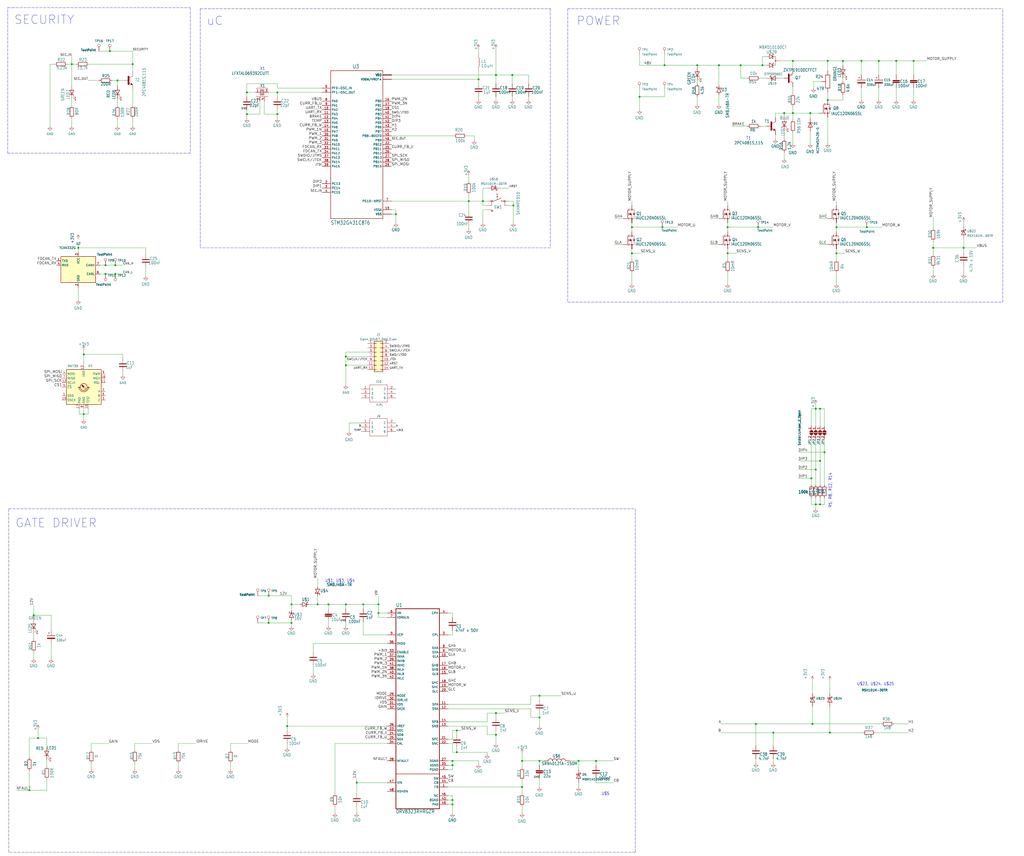
<source format=kicad_sch>
(kicad_sch (version 20210621) (generator eeschema)
  (paper "User" 597.865 499.923)
  (junction (at 17.145 461.645))
  (junction (at 19.685 359.41))
  (junction (at 22.225 431.165))
  (junction (at 41.91 37.465))
  (junction (at 45.72 144.78))
  (junction (at 48.895 207.01))
  (junction (at 48.895 241.935))
  (junction (at 61.595 154.94))
  (junction (at 61.595 160.02))
  (junction (at 64.135 29.845))
  (junction (at 67.31 154.94))
  (junction (at 67.31 160.02))
  (junction (at 68.58 46.99))
  (junction (at 77.47 37.465))
  (junction (at 144.145 53.975))
  (junction (at 144.145 66.675))
  (junction (at 156.845 347.98))
  (junction (at 156.845 363.855))
  (junction (at 161.925 53.975))
  (junction (at 161.925 66.675))
  (junction (at 167.64 424.18))
  (junction (at 170.18 353.06))
  (junction (at 170.18 363.855))
  (junction (at 185.42 353.06))
  (junction (at 191.77 353.06))
  (junction (at 201.93 208.28))
  (junction (at 201.93 213.36))
  (junction (at 201.93 353.06))
  (junction (at 208.28 457.2))
  (junction (at 212.09 353.06))
  (junction (at 220.98 353.06))
  (junction (at 220.98 358.14))
  (junction (at 231.14 125.095))
  (junction (at 264.16 444.5))
  (junction (at 264.16 447.04))
  (junction (at 264.16 467.36))
  (junction (at 264.16 469.9))
  (junction (at 266.7 426.72))
  (junction (at 266.7 439.42))
  (junction (at 273.685 117.475))
  (junction (at 279.4 46.355))
  (junction (at 281.94 117.475))
  (junction (at 289.56 43.815))
  (junction (at 289.56 416.56))
  (junction (at 289.56 429.26))
  (junction (at 299.085 43.815))
  (junction (at 299.72 120.015))
  (junction (at 304.8 444.5))
  (junction (at 304.8 459.74))
  (junction (at 314.96 406.4))
  (junction (at 314.96 419.1))
  (junction (at 314.96 444.5))
  (junction (at 337.82 444.5))
  (junction (at 347.98 444.5))
  (junction (at 368.935 132.715))
  (junction (at 368.935 147.955))
  (junction (at 373.38 56.515))
  (junction (at 386.715 132.715))
  (junction (at 387.985 38.1))
  (junction (at 407.035 38.1))
  (junction (at 419.735 38.1))
  (junction (at 424.815 132.715))
  (junction (at 424.815 147.955))
  (junction (at 432.435 38.1))
  (junction (at 441.325 422.91))
  (junction (at 442.595 132.715))
  (junction (at 445.135 38.1))
  (junction (at 451.485 427.99))
  (junction (at 457.835 66.04))
  (junction (at 462.915 35.56))
  (junction (at 462.915 66.04))
  (junction (at 473.075 66.04))
  (junction (at 473.71 279.4))
  (junction (at 474.345 422.91))
  (junction (at 476.25 238.76))
  (junction (at 476.25 274.32))
  (junction (at 476.25 294.64))
  (junction (at 478.79 238.76))
  (junction (at 478.79 269.24))
  (junction (at 478.79 294.64))
  (junction (at 481.33 264.16))
  (junction (at 483.235 35.56))
  (junction (at 483.235 58.42))
  (junction (at 484.505 427.99))
  (junction (at 488.315 132.715))
  (junction (at 488.315 147.955))
  (junction (at 492.125 35.56))
  (junction (at 502.92 35.56))
  (junction (at 506.095 132.715))
  (junction (at 513.08 35.56))
  (junction (at 523.24 35.56))
  (junction (at 533.4 35.56))
  (junction (at 544.83 144.78))
  (junction (at 562.61 144.78))
  (wire (pts (xy 17.145 431.165) (xy 17.145 442.595)))
  (wire (pts (xy 17.145 450.215) (xy 17.145 461.645)))
  (wire (pts (xy 17.145 461.645) (xy 9.525 461.645)))
  (wire (pts (xy 19.685 359.41) (xy 19.685 353.695)))
  (wire (pts (xy 19.685 361.95) (xy 19.685 359.41)))
  (wire (pts (xy 19.685 369.57) (xy 19.685 373.38)))
  (wire (pts (xy 19.685 381) (xy 19.685 384.81)))
  (wire (pts (xy 22.225 426.085) (xy 22.225 431.165)))
  (wire (pts (xy 22.225 431.165) (xy 17.145 431.165)))
  (wire (pts (xy 27.305 431.165) (xy 22.225 431.165)))
  (wire (pts (xy 27.305 436.245) (xy 27.305 431.165)))
  (wire (pts (xy 27.305 443.865) (xy 27.305 447.675)))
  (wire (pts (xy 27.305 455.295) (xy 27.305 461.645)))
  (wire (pts (xy 27.305 461.645) (xy 17.145 461.645)))
  (wire (pts (xy 29.21 37.465) (xy 29.21 73.66)))
  (wire (pts (xy 29.21 37.465) (xy 31.75 37.465)))
  (wire (pts (xy 29.845 359.41) (xy 19.685 359.41)))
  (wire (pts (xy 29.845 368.3) (xy 29.845 359.41)))
  (wire (pts (xy 29.845 384.81) (xy 29.845 375.92)))
  (wire (pts (xy 39.37 37.465) (xy 41.91 37.465)))
  (wire (pts (xy 41.91 33.02) (xy 41.91 37.465)))
  (wire (pts (xy 41.91 37.465) (xy 41.91 50.165)))
  (wire (pts (xy 41.91 37.465) (xy 44.45 37.465)))
  (wire (pts (xy 41.91 57.785) (xy 41.91 61.595)))
  (wire (pts (xy 41.91 69.215) (xy 41.91 73.66)))
  (wire (pts (xy 45.72 144.78) (xy 45.72 142.24)))
  (wire (pts (xy 45.72 144.78) (xy 85.09 144.78)))
  (wire (pts (xy 45.72 147.32) (xy 45.72 144.78)))
  (wire (pts (xy 45.72 167.64) (xy 45.72 175.26)))
  (wire (pts (xy 46.355 238.76) (xy 46.355 241.935)))
  (wire (pts (xy 46.355 241.935) (xy 48.895 241.935)))
  (wire (pts (xy 48.895 204.47) (xy 48.895 207.01)))
  (wire (pts (xy 48.895 207.01) (xy 48.895 213.36)))
  (wire (pts (xy 48.895 241.935) (xy 48.895 238.76)))
  (wire (pts (xy 48.895 241.935) (xy 48.895 245.11)))
  (wire (pts (xy 51.435 46.99) (xy 57.785 46.99)))
  (wire (pts (xy 51.435 238.76) (xy 51.435 241.935)))
  (wire (pts (xy 51.435 241.935) (xy 48.895 241.935)))
  (wire (pts (xy 52.07 37.465) (xy 77.47 37.465)))
  (wire (pts (xy 53.34 434.34) (xy 53.34 438.15)))
  (wire (pts (xy 53.34 445.77) (xy 53.34 449.58)))
  (wire (pts (xy 57.785 29.845) (xy 64.135 29.845)))
  (wire (pts (xy 58.42 154.94) (xy 61.595 154.94)))
  (wire (pts (xy 58.42 160.02) (xy 61.595 160.02)))
  (wire (pts (xy 61.595 154.94) (xy 67.31 154.94)))
  (wire (pts (xy 61.595 160.02) (xy 67.31 160.02)))
  (wire (pts (xy 63.5 434.34) (xy 53.34 434.34)))
  (wire (pts (xy 64.135 29.845) (xy 77.47 29.845)))
  (wire (pts (xy 65.405 46.99) (xy 68.58 46.99)))
  (wire (pts (xy 67.31 154.94) (xy 71.755 154.94)))
  (wire (pts (xy 67.31 160.02) (xy 71.755 160.02)))
  (wire (pts (xy 68.58 46.99) (xy 68.58 50.165)))
  (wire (pts (xy 68.58 46.99) (xy 72.39 46.99)))
  (wire (pts (xy 68.58 57.785) (xy 68.58 61.595)))
  (wire (pts (xy 68.58 69.215) (xy 68.58 73.66)))
  (wire (pts (xy 71.755 207.01) (xy 48.895 207.01)))
  (wire (pts (xy 71.755 209.55) (xy 71.755 207.01)))
  (wire (pts (xy 71.755 217.17) (xy 71.755 219.075)))
  (wire (pts (xy 77.47 29.845) (xy 77.47 37.465)))
  (wire (pts (xy 77.47 37.465) (xy 77.47 41.91)))
  (wire (pts (xy 77.47 52.07) (xy 77.47 61.595)))
  (wire (pts (xy 77.47 69.215) (xy 77.47 73.66)))
  (wire (pts (xy 78.74 434.34) (xy 78.74 438.15)))
  (wire (pts (xy 78.74 445.77) (xy 78.74 449.58)))
  (wire (pts (xy 85.09 148.59) (xy 85.09 144.78)))
  (wire (pts (xy 85.09 156.21) (xy 85.09 161.29)))
  (wire (pts (xy 88.9 434.34) (xy 78.74 434.34)))
  (wire (pts (xy 104.14 434.34) (xy 104.14 438.15)))
  (wire (pts (xy 104.14 445.77) (xy 104.14 449.58)))
  (wire (pts (xy 114.3 434.34) (xy 104.14 434.34)))
  (wire (pts (xy 134.62 434.34) (xy 134.62 438.15)))
  (wire (pts (xy 134.62 445.77) (xy 134.62 449.58)))
  (wire (pts (xy 144.145 48.895) (xy 144.145 53.975)))
  (wire (pts (xy 144.145 53.975) (xy 144.145 56.515)))
  (wire (pts (xy 144.145 53.975) (xy 149.225 53.975)))
  (wire (pts (xy 144.145 64.135) (xy 144.145 66.675)))
  (wire (pts (xy 144.145 66.675) (xy 144.145 69.215)))
  (wire (pts (xy 144.78 434.34) (xy 134.62 434.34)))
  (wire (pts (xy 150.495 347.98) (xy 156.845 347.98)))
  (wire (pts (xy 150.495 363.855) (xy 156.845 363.855)))
  (wire (pts (xy 151.765 59.055) (xy 151.765 66.675)))
  (wire (pts (xy 151.765 66.675) (xy 144.145 66.675)))
  (wire (pts (xy 154.305 59.055) (xy 154.305 66.675)))
  (wire (pts (xy 154.305 66.675) (xy 161.925 66.675)))
  (wire (pts (xy 156.845 53.975) (xy 161.925 53.975)))
  (wire (pts (xy 156.845 347.98) (xy 170.18 347.98)))
  (wire (pts (xy 156.845 363.855) (xy 170.18 363.855)))
  (wire (pts (xy 161.925 48.895) (xy 144.145 48.895)))
  (wire (pts (xy 161.925 51.435) (xy 161.925 48.895)))
  (wire (pts (xy 161.925 51.435) (xy 187.96 51.435)))
  (wire (pts (xy 161.925 53.975) (xy 161.925 56.515)))
  (wire (pts (xy 161.925 53.975) (xy 187.96 53.975)))
  (wire (pts (xy 161.925 64.135) (xy 161.925 66.675)))
  (wire (pts (xy 161.925 66.675) (xy 161.925 69.215)))
  (wire (pts (xy 167.64 424.18) (xy 167.64 419.1)))
  (wire (pts (xy 167.64 424.18) (xy 167.64 426.72)))
  (wire (pts (xy 167.64 434.34) (xy 167.64 436.88)))
  (wire (pts (xy 170.18 353.06) (xy 170.18 347.98)))
  (wire (pts (xy 170.18 356.87) (xy 170.18 353.06)))
  (wire (pts (xy 170.18 361.95) (xy 170.18 363.855)))
  (wire (pts (xy 170.18 363.855) (xy 170.18 365.76)))
  (wire (pts (xy 175.26 353.06) (xy 170.18 353.06)))
  (wire (pts (xy 182.88 375.92) (xy 182.88 381)))
  (wire (pts (xy 182.88 388.62) (xy 182.88 393.7)))
  (wire (pts (xy 185.42 342.9) (xy 185.42 337.82)))
  (wire (pts (xy 185.42 353.06) (xy 180.34 353.06)))
  (wire (pts (xy 185.42 353.06) (xy 185.42 347.98)))
  (wire (pts (xy 191.77 353.06) (xy 185.42 353.06)))
  (wire (pts (xy 191.77 355.6) (xy 191.77 353.06)))
  (wire (pts (xy 191.77 365.76) (xy 191.77 363.22)))
  (wire (pts (xy 195.58 434.34) (xy 195.58 463.55)))
  (wire (pts (xy 195.58 471.17) (xy 195.58 474.98)))
  (wire (pts (xy 201.93 205.74) (xy 201.93 208.28)))
  (wire (pts (xy 201.93 205.74) (xy 214.63 205.74)))
  (wire (pts (xy 201.93 208.28) (xy 201.93 213.36)))
  (wire (pts (xy 201.93 208.28) (xy 214.63 208.28)))
  (wire (pts (xy 201.93 213.36) (xy 201.93 224.79)))
  (wire (pts (xy 201.93 213.36) (xy 214.63 213.36)))
  (wire (pts (xy 201.93 353.06) (xy 191.77 353.06)))
  (wire (pts (xy 201.93 355.6) (xy 201.93 353.06)))
  (wire (pts (xy 201.93 363.22) (xy 201.93 365.76)))
  (wire (pts (xy 203.835 247.015) (xy 203.835 252.095)))
  (wire (pts (xy 203.835 247.015) (xy 210.82 247.015)))
  (wire (pts (xy 208.28 454.66) (xy 208.28 457.2)))
  (wire (pts (xy 208.28 457.2) (xy 208.28 463.55)))
  (wire (pts (xy 208.28 471.17) (xy 208.28 474.98)))
  (wire (pts (xy 212.09 353.06) (xy 201.93 353.06)))
  (wire (pts (xy 212.09 355.6) (xy 212.09 353.06)))
  (wire (pts (xy 212.09 363.22) (xy 212.09 370.84)))
  (wire (pts (xy 212.09 370.84) (xy 226.06 370.84)))
  (wire (pts (xy 220.98 353.06) (xy 212.09 353.06)))
  (wire (pts (xy 220.98 353.06) (xy 220.98 347.98)))
  (wire (pts (xy 220.98 358.14) (xy 220.98 353.06)))
  (wire (pts (xy 220.98 358.14) (xy 220.98 360.68)))
  (wire (pts (xy 220.98 360.68) (xy 226.06 360.68)))
  (wire (pts (xy 226.06 358.14) (xy 220.98 358.14)))
  (wire (pts (xy 226.06 375.92) (xy 182.88 375.92)))
  (wire (pts (xy 226.06 424.18) (xy 167.64 424.18)))
  (wire (pts (xy 226.06 434.34) (xy 195.58 434.34)))
  (wire (pts (xy 226.06 457.2) (xy 208.28 457.2)))
  (wire (pts (xy 228.6 43.815) (xy 289.56 43.815)))
  (wire (pts (xy 228.6 46.355) (xy 279.4 46.355)))
  (wire (pts (xy 228.6 79.375) (xy 264.795 79.375)))
  (wire (pts (xy 228.6 117.475) (xy 273.685 117.475)))
  (wire (pts (xy 228.6 122.555) (xy 231.14 122.555)))
  (wire (pts (xy 228.6 125.095) (xy 231.14 125.095)))
  (wire (pts (xy 231.14 122.555) (xy 231.14 125.095)))
  (wire (pts (xy 231.14 125.095) (xy 231.14 130.175)))
  (wire (pts (xy 261.62 370.84) (xy 264.16 370.84)))
  (wire (pts (xy 261.62 411.48) (xy 309.88 411.48)))
  (wire (pts (xy 261.62 414.02) (xy 309.88 414.02)))
  (wire (pts (xy 261.62 421.64) (xy 284.48 421.64)))
  (wire (pts (xy 261.62 424.18) (xy 284.48 424.18)))
  (wire (pts (xy 261.62 431.8) (xy 264.16 431.8)))
  (wire (pts (xy 261.62 434.34) (xy 264.16 434.34)))
  (wire (pts (xy 261.62 444.5) (xy 264.16 444.5)))
  (wire (pts (xy 261.62 447.04) (xy 264.16 447.04)))
  (wire (pts (xy 261.62 449.58) (xy 264.16 449.58)))
  (wire (pts (xy 261.62 459.74) (xy 304.8 459.74)))
  (wire (pts (xy 261.62 464.82) (xy 264.16 464.82)))
  (wire (pts (xy 261.62 467.36) (xy 264.16 467.36)))
  (wire (pts (xy 261.62 469.9) (xy 264.16 469.9)))
  (wire (pts (xy 264.16 358.14) (xy 261.62 358.14)))
  (wire (pts (xy 264.16 360.68) (xy 264.16 358.14)))
  (wire (pts (xy 264.16 370.84) (xy 264.16 368.3)))
  (wire (pts (xy 264.16 426.72) (xy 266.7 426.72)))
  (wire (pts (xy 264.16 431.8) (xy 264.16 426.72)))
  (wire (pts (xy 264.16 434.34) (xy 264.16 439.42)))
  (wire (pts (xy 264.16 439.42) (xy 266.7 439.42)))
  (wire (pts (xy 264.16 444.5) (xy 279.4 444.5)))
  (wire (pts (xy 264.16 447.04) (xy 264.16 444.5)))
  (wire (pts (xy 264.16 449.58) (xy 264.16 447.04)))
  (wire (pts (xy 264.16 464.82) (xy 264.16 467.36)))
  (wire (pts (xy 264.16 467.36) (xy 264.16 469.9)))
  (wire (pts (xy 264.16 469.9) (xy 264.16 474.98)))
  (wire (pts (xy 266.7 426.72) (xy 266.7 429.26)))
  (wire (pts (xy 266.7 426.72) (xy 269.24 426.72)))
  (wire (pts (xy 266.7 439.42) (xy 266.7 436.88)))
  (wire (pts (xy 266.7 439.42) (xy 284.48 439.42)))
  (wire (pts (xy 272.415 79.375) (xy 276.86 79.375)))
  (wire (pts (xy 273.685 102.235) (xy 273.685 106.045)))
  (wire (pts (xy 273.685 113.665) (xy 273.685 117.475)))
  (wire (pts (xy 273.685 117.475) (xy 273.685 123.825)))
  (wire (pts (xy 273.685 117.475) (xy 281.94 117.475)))
  (wire (pts (xy 273.685 131.445) (xy 273.685 133.985)))
  (wire (pts (xy 276.86 79.375) (xy 276.86 81.915)))
  (wire (pts (xy 279.4 31.115) (xy 279.4 28.575)))
  (wire (pts (xy 279.4 46.355) (xy 279.4 41.275)))
  (wire (pts (xy 279.4 46.355) (xy 279.4 48.895)))
  (wire (pts (xy 279.4 56.515) (xy 279.4 58.42)))
  (wire (pts (xy 279.4 444.5) (xy 279.4 446.405)))
  (wire (pts (xy 281.94 109.855) (xy 284.48 109.855)))
  (wire (pts (xy 281.94 117.475) (xy 281.94 109.855)))
  (wire (pts (xy 281.94 117.475) (xy 281.94 120.015)))
  (wire (pts (xy 281.94 117.475) (xy 284.48 117.475)))
  (wire (pts (xy 281.94 120.015) (xy 284.48 120.015)))
  (wire (pts (xy 281.94 122.555) (xy 281.94 130.175)))
  (wire (pts (xy 284.48 122.555) (xy 281.94 122.555)))
  (wire (pts (xy 284.48 416.56) (xy 289.56 416.56)))
  (wire (pts (xy 284.48 421.64) (xy 284.48 416.56)))
  (wire (pts (xy 284.48 424.18) (xy 284.48 429.26)))
  (wire (pts (xy 284.48 429.26) (xy 289.56 429.26)))
  (wire (pts (xy 284.48 439.42) (xy 284.48 440.69)))
  (wire (pts (xy 289.56 28.575) (xy 289.56 43.815)))
  (wire (pts (xy 289.56 43.815) (xy 289.56 48.895)))
  (wire (pts (xy 289.56 43.815) (xy 299.085 43.815)))
  (wire (pts (xy 289.56 56.515) (xy 289.56 58.42)))
  (wire (pts (xy 289.56 416.56) (xy 289.56 419.1)))
  (wire (pts (xy 289.56 416.56) (xy 294.64 416.56)))
  (wire (pts (xy 289.56 429.26) (xy 289.56 426.72)))
  (wire (pts (xy 289.56 429.26) (xy 289.56 434.34)))
  (wire (pts (xy 292.1 109.855) (xy 297.18 109.855)))
  (wire (pts (xy 297.18 117.475) (xy 299.72 117.475)))
  (wire (pts (xy 297.18 120.015) (xy 299.72 120.015)))
  (wire (pts (xy 299.085 43.815) (xy 299.085 48.895)))
  (wire (pts (xy 299.085 43.815) (xy 308.61 43.815)))
  (wire (pts (xy 299.085 58.42) (xy 299.085 56.515)))
  (wire (pts (xy 299.72 117.475) (xy 299.72 120.015)))
  (wire (pts (xy 299.72 120.015) (xy 299.72 130.175)))
  (wire (pts (xy 304.8 440.055) (xy 304.8 444.5)))
  (wire (pts (xy 304.8 444.5) (xy 304.8 448.31)))
  (wire (pts (xy 304.8 444.5) (xy 314.96 444.5)))
  (wire (pts (xy 304.8 455.93) (xy 304.8 459.74)))
  (wire (pts (xy 304.8 459.74) (xy 304.8 463.55)))
  (wire (pts (xy 304.8 471.17) (xy 304.8 474.98)))
  (wire (pts (xy 308.61 43.815) (xy 308.61 48.895)))
  (wire (pts (xy 308.61 58.42) (xy 308.61 56.515)))
  (wire (pts (xy 309.88 406.4) (xy 314.96 406.4)))
  (wire (pts (xy 309.88 411.48) (xy 309.88 406.4)))
  (wire (pts (xy 309.88 414.02) (xy 309.88 419.1)))
  (wire (pts (xy 309.88 419.1) (xy 314.96 419.1)))
  (wire (pts (xy 314.96 406.4) (xy 314.96 408.94)))
  (wire (pts (xy 314.96 406.4) (xy 327.66 406.4)))
  (wire (pts (xy 314.96 419.1) (xy 314.96 416.56)))
  (wire (pts (xy 314.96 424.18) (xy 314.96 419.1)))
  (wire (pts (xy 314.96 444.5) (xy 317.5 444.5)))
  (wire (pts (xy 314.96 447.04) (xy 314.96 444.5)))
  (wire (pts (xy 314.96 454.66) (xy 314.96 459.74)))
  (wire (pts (xy 332.74 444.5) (xy 337.82 444.5)))
  (wire (pts (xy 337.82 444.5) (xy 337.82 449.58)))
  (wire (pts (xy 337.82 444.5) (xy 347.98 444.5)))
  (wire (pts (xy 337.82 457.2) (xy 337.82 459.74)))
  (wire (pts (xy 347.98 444.5) (xy 358.14 444.5)))
  (wire (pts (xy 347.98 447.04) (xy 347.98 444.5)))
  (wire (pts (xy 347.98 454.66) (xy 347.98 457.2)))
  (wire (pts (xy 347.98 457.2) (xy 358.14 457.2)))
  (wire (pts (xy 363.855 127.635) (xy 358.775 127.635)))
  (wire (pts (xy 363.855 142.875) (xy 358.775 142.875)))
  (wire (pts (xy 368.935 120.015) (xy 368.935 117.475)))
  (wire (pts (xy 368.935 130.175) (xy 368.935 132.715)))
  (wire (pts (xy 368.935 132.715) (xy 368.935 135.255)))
  (wire (pts (xy 368.935 132.715) (xy 386.715 132.715)))
  (wire (pts (xy 368.935 145.415) (xy 368.935 147.955)))
  (wire (pts (xy 368.935 147.955) (xy 368.935 151.765)))
  (wire (pts (xy 368.935 147.955) (xy 374.015 147.955)))
  (wire (pts (xy 368.935 159.385) (xy 368.935 165.735)))
  (wire (pts (xy 373.38 31.75) (xy 373.38 38.1)))
  (wire (pts (xy 373.38 38.1) (xy 387.985 38.1)))
  (wire (pts (xy 373.38 52.07) (xy 373.38 56.515)))
  (wire (pts (xy 373.38 56.515) (xy 373.38 64.135)))
  (wire (pts (xy 386.715 132.715) (xy 395.605 132.715)))
  (wire (pts (xy 387.985 31.75) (xy 387.985 38.1)))
  (wire (pts (xy 387.985 38.1) (xy 407.035 38.1)))
  (wire (pts (xy 387.985 52.07) (xy 387.985 56.515)))
  (wire (pts (xy 387.985 56.515) (xy 373.38 56.515)))
  (wire (pts (xy 407.035 38.1) (xy 419.735 38.1)))
  (wire (pts (xy 407.035 39.37) (xy 407.035 38.1)))
  (wire (pts (xy 407.035 46.99) (xy 407.035 48.895)))
  (wire (pts (xy 407.035 56.515) (xy 407.035 60.96)))
  (wire (pts (xy 419.735 38.1) (xy 432.435 38.1)))
  (wire (pts (xy 419.735 50.165) (xy 419.735 38.1)))
  (wire (pts (xy 419.735 55.245) (xy 419.735 60.96)))
  (wire (pts (xy 419.735 127.635) (xy 414.655 127.635)))
  (wire (pts (xy 419.735 142.875) (xy 414.655 142.875)))
  (wire (pts (xy 421.005 427.99) (xy 451.485 427.99)))
  (wire (pts (xy 424.815 120.015) (xy 424.815 117.475)))
  (wire (pts (xy 424.815 130.175) (xy 424.815 132.715)))
  (wire (pts (xy 424.815 132.715) (xy 424.815 135.255)))
  (wire (pts (xy 424.815 132.715) (xy 442.595 132.715)))
  (wire (pts (xy 424.815 145.415) (xy 424.815 147.955)))
  (wire (pts (xy 424.815 147.955) (xy 424.815 151.765)))
  (wire (pts (xy 424.815 147.955) (xy 429.895 147.955)))
  (wire (pts (xy 424.815 159.385) (xy 424.815 165.735)))
  (wire (pts (xy 427.355 73.66) (xy 436.245 73.66)))
  (wire (pts (xy 432.435 45.72) (xy 432.435 38.1)))
  (wire (pts (xy 432.435 45.72) (xy 436.245 45.72)))
  (wire (pts (xy 441.325 422.91) (xy 421.005 422.91)))
  (wire (pts (xy 441.325 435.61) (xy 441.325 422.91)))
  (wire (pts (xy 441.325 445.77) (xy 441.325 443.23)))
  (wire (pts (xy 442.595 132.715) (xy 451.485 132.715)))
  (wire (pts (xy 443.865 45.72) (xy 447.675 45.72)))
  (wire (pts (xy 443.865 73.66) (xy 447.675 73.66)))
  (wire (pts (xy 445.135 33.02) (xy 447.675 33.02)))
  (wire (pts (xy 445.135 38.1) (xy 432.435 38.1)))
  (wire (pts (xy 445.135 38.1) (xy 445.135 33.02)))
  (wire (pts (xy 447.675 38.1) (xy 445.135 38.1)))
  (wire (pts (xy 451.485 427.99) (xy 484.505 427.99)))
  (wire (pts (xy 451.485 435.61) (xy 451.485 427.99)))
  (wire (pts (xy 451.485 445.77) (xy 451.485 443.23)))
  (wire (pts (xy 452.755 66.04) (xy 457.835 66.04)))
  (wire (pts (xy 452.755 68.58) (xy 452.755 66.04)))
  (wire (pts (xy 452.755 81.28) (xy 452.755 78.74)))
  (wire (pts (xy 455.295 35.56) (xy 462.915 35.56)))
  (wire (pts (xy 455.295 45.72) (xy 457.835 45.72)))
  (wire (pts (xy 457.835 66.04) (xy 457.835 68.58)))
  (wire (pts (xy 457.835 66.04) (xy 462.915 66.04)))
  (wire (pts (xy 457.835 76.2) (xy 457.835 81.28)))
  (wire (pts (xy 457.835 88.9) (xy 457.835 92.71)))
  (wire (pts (xy 462.915 35.56) (xy 462.915 40.64)))
  (wire (pts (xy 462.915 35.56) (xy 483.235 35.56)))
  (wire (pts (xy 462.915 50.8) (xy 462.915 54.61)))
  (wire (pts (xy 462.915 62.23) (xy 462.915 66.04)))
  (wire (pts (xy 462.915 66.04) (xy 462.915 69.85)))
  (wire (pts (xy 462.915 66.04) (xy 473.075 66.04)))
  (wire (pts (xy 462.915 77.47) (xy 462.915 83.82)))
  (wire (pts (xy 466.09 264.16) (xy 481.33 264.16)))
  (wire (pts (xy 473.075 66.04) (xy 473.075 69.215)))
  (wire (pts (xy 473.075 66.04) (xy 478.155 66.04)))
  (wire (pts (xy 473.075 76.835) (xy 473.075 83.82)))
  (wire (pts (xy 473.71 238.76) (xy 473.71 248.92)))
  (wire (pts (xy 473.71 238.76) (xy 476.25 238.76)))
  (wire (pts (xy 473.71 279.4) (xy 466.09 279.4)))
  (wire (pts (xy 473.71 279.4) (xy 473.71 256.54)))
  (wire (pts (xy 473.71 279.4) (xy 473.71 283.21)))
  (wire (pts (xy 473.71 290.83) (xy 473.71 294.64)))
  (wire (pts (xy 473.71 294.64) (xy 476.25 294.64)))
  (wire (pts (xy 474.345 397.51) (xy 474.345 405.13)))
  (wire (pts (xy 474.345 412.75) (xy 474.345 422.91)))
  (wire (pts (xy 474.345 422.91) (xy 441.325 422.91)))
  (wire (pts (xy 474.345 422.91) (xy 514.35 422.91)))
  (wire (pts (xy 474.98 47.625) (xy 474.98 51.435)))
  (wire (pts (xy 474.98 47.625) (xy 479.425 47.625)))
  (wire (pts (xy 476.25 238.76) (xy 476.25 236.22)))
  (wire (pts (xy 476.25 238.76) (xy 478.79 238.76)))
  (wire (pts (xy 476.25 248.92) (xy 476.25 238.76)))
  (wire (pts (xy 476.25 256.54) (xy 476.25 274.32)))
  (wire (pts (xy 476.25 274.32) (xy 466.09 274.32)))
  (wire (pts (xy 476.25 274.32) (xy 476.25 283.21)))
  (wire (pts (xy 476.25 290.83) (xy 476.25 294.64)))
  (wire (pts (xy 476.25 297.18) (xy 476.25 294.64)))
  (wire (pts (xy 478.79 238.76) (xy 478.79 248.92)))
  (wire (pts (xy 478.79 238.76) (xy 481.33 238.76)))
  (wire (pts (xy 478.79 269.24) (xy 466.09 269.24)))
  (wire (pts (xy 478.79 269.24) (xy 478.79 256.54)))
  (wire (pts (xy 478.79 269.24) (xy 478.79 283.21)))
  (wire (pts (xy 478.79 290.83) (xy 478.79 294.64)))
  (wire (pts (xy 478.79 294.64) (xy 476.25 294.64)))
  (wire (pts (xy 478.79 294.64) (xy 481.33 294.64)))
  (wire (pts (xy 481.33 238.76) (xy 481.33 248.92)))
  (wire (pts (xy 481.33 256.54) (xy 481.33 264.16)))
  (wire (pts (xy 481.33 264.16) (xy 481.33 283.21)))
  (wire (pts (xy 481.33 290.83) (xy 481.33 294.64)))
  (wire (pts (xy 483.235 35.56) (xy 483.235 41.275)))
  (wire (pts (xy 483.235 35.56) (xy 492.125 35.56)))
  (wire (pts (xy 483.235 53.975) (xy 483.235 58.42)))
  (wire (pts (xy 483.235 68.58) (xy 483.235 83.82)))
  (wire (pts (xy 483.235 127.635) (xy 478.155 127.635)))
  (wire (pts (xy 483.235 142.875) (xy 478.155 142.875)))
  (wire (pts (xy 484.505 397.51) (xy 484.505 405.13)))
  (wire (pts (xy 484.505 412.75) (xy 484.505 427.99)))
  (wire (pts (xy 484.505 427.99) (xy 503.555 427.99)))
  (wire (pts (xy 488.315 120.015) (xy 488.315 117.475)))
  (wire (pts (xy 488.315 130.175) (xy 488.315 132.715)))
  (wire (pts (xy 488.315 132.715) (xy 488.315 135.255)))
  (wire (pts (xy 488.315 132.715) (xy 506.095 132.715)))
  (wire (pts (xy 488.315 145.415) (xy 488.315 147.955)))
  (wire (pts (xy 488.315 147.955) (xy 488.315 151.765)))
  (wire (pts (xy 488.315 147.955) (xy 493.395 147.955)))
  (wire (pts (xy 488.315 159.385) (xy 488.315 165.735)))
  (wire (pts (xy 492.125 35.56) (xy 492.125 38.1)))
  (wire (pts (xy 492.125 35.56) (xy 502.92 35.56)))
  (wire (pts (xy 492.125 45.72) (xy 492.125 47.625)))
  (wire (pts (xy 492.125 55.245) (xy 492.125 58.42)))
  (wire (pts (xy 492.125 58.42) (xy 483.235 58.42)))
  (wire (pts (xy 502.92 35.56) (xy 513.08 35.56)))
  (wire (pts (xy 502.92 43.815) (xy 502.92 35.56)))
  (wire (pts (xy 502.92 51.435) (xy 502.92 58.42)))
  (wire (pts (xy 506.095 132.715) (xy 514.985 132.715)))
  (wire (pts (xy 511.175 427.99) (xy 530.225 427.99)))
  (wire (pts (xy 513.08 35.56) (xy 523.24 35.56)))
  (wire (pts (xy 513.08 43.815) (xy 513.08 35.56)))
  (wire (pts (xy 513.08 51.435) (xy 513.08 58.42)))
  (wire (pts (xy 521.97 422.91) (xy 530.225 422.91)))
  (wire (pts (xy 523.24 35.56) (xy 533.4 35.56)))
  (wire (pts (xy 523.24 43.815) (xy 523.24 35.56)))
  (wire (pts (xy 523.24 51.435) (xy 523.24 58.42)))
  (wire (pts (xy 533.4 35.56) (xy 541.02 35.56)))
  (wire (pts (xy 533.4 43.815) (xy 533.4 35.56)))
  (wire (pts (xy 533.4 51.435) (xy 533.4 58.42)))
  (wire (pts (xy 544.83 127) (xy 544.83 133.35)))
  (wire (pts (xy 544.83 140.97) (xy 544.83 144.78)))
  (wire (pts (xy 544.83 144.78) (xy 544.83 148.59)))
  (wire (pts (xy 544.83 144.78) (xy 562.61 144.78)))
  (wire (pts (xy 544.83 156.21) (xy 544.83 160.02)))
  (wire (pts (xy 562.61 129.54) (xy 562.61 132.08)))
  (wire (pts (xy 562.61 144.78) (xy 562.61 139.7)))
  (wire (pts (xy 562.61 144.78) (xy 562.61 147.32)))
  (wire (pts (xy 562.61 144.78) (xy 570.23 144.78)))
  (wire (pts (xy 562.61 154.94) (xy 562.61 160.02)))
  (polyline (pts (xy 4.445 4.445) (xy 6.985 4.445)))
  (polyline (pts (xy 4.445 89.535) (xy 4.445 4.445)))
  (polyline (pts (xy 5.08 297.18) (xy 370.84 297.18)))
  (polyline (pts (xy 5.08 497.84) (xy 5.08 297.18)))
  (polyline (pts (xy 6.985 4.445) (xy 111.125 4.445)))
  (polyline (pts (xy 111.125 4.445) (xy 111.125 89.535)))
  (polyline (pts (xy 111.125 89.535) (xy 4.445 89.535)))
  (polyline (pts (xy 116.84 5.08) (xy 116.84 144.78)))
  (polyline (pts (xy 116.84 5.08) (xy 321.31 5.08)))
  (polyline (pts (xy 321.31 5.08) (xy 321.31 144.78)))
  (polyline (pts (xy 321.31 144.78) (xy 116.84 144.78)))
  (polyline (pts (xy 331.47 5.08) (xy 331.47 176.53)))
  (polyline (pts (xy 331.47 5.08) (xy 585.47 5.08)))
  (polyline (pts (xy 331.47 176.53) (xy 585.47 176.53)))
  (polyline (pts (xy 370.84 297.18) (xy 370.84 497.84)))
  (polyline (pts (xy 370.84 497.84) (xy 5.08 497.84)))
  (polyline (pts (xy 585.47 176.53) (xy 585.47 5.08)))
  (text "SECURITY" (at 8.255 14.605 0) (effects (font (size 5 5)) (justify left bottom)))
  (text "GATE DRIVER" (at 8.89 308.61 0) (effects (font (size 5 5)) (justify left bottom)))
  (text "uC" (at 120.65 15.24 0) (effects (font (size 5 5)) (justify left bottom)))
  (text "X1" (at 151.765 41.275 180) (effects (font (size 1.778 1.5113)) (justify left bottom)))
  (text "U$1, U$3, U$4" (at 189.865 340.36 180) (effects (font (size 1.778 1.5113)) (justify left bottom)))
  (text "POWER" (at 336.55 15.24 0) (effects (font (size 5 5)) (justify left bottom)))
  (text "U$5" (at 351.155 464.82 180) (effects (font (size 1.778 1.5113)) (justify left bottom)))
  (text "T1" (at 435.61 81.915 180) (effects (font (size 1.778 1.5113)) (justify left bottom)))
  (text "R5, R8, R12, R14" (at 485.775 276.225 270) (effects (font (size 1.778 1.5113)) (justify right bottom)))
  (text "U$23, U$24, U$25" (at 500.38 400.685 180) (effects (font (size 1.778 1.5113)) (justify left bottom)))
  (label "NFAULT" (at 9.525 461.645 0) (effects (font (size 1.5113 1.5113))))
  (label "12V" (at 19.685 353.695 90) (effects (font (size 1.5113 1.5113))))
  (label "FDCAN_TX" (at 33.02 152.4 180) (effects (font (size 1.5113 1.5113))))
  (label "FDCAN_RX" (at 33.02 154.94 180) (effects (font (size 1.5113 1.5113))))
  (label "SPI_MOSI" (at 36.195 218.44 180) (effects (font (size 1.5113 1.5113))))
  (label "SPI_MISO" (at 36.195 220.98 180) (effects (font (size 1.5113 1.5113))))
  (label "SPI_SCK" (at 36.195 223.52 180) (effects (font (size 1.5113 1.5113))))
  (label "CS1" (at 36.195 226.06 180) (effects (font (size 1.5113 1.5113))))
  (label "SEC_IN" (at 41.91 33.02 180))
  (label "SEC_OUT" (at 51.435 46.99 180))
  (label "GAIN" (at 63.5 434.34 0) (effects (font (size 1.5113 1.5113))))
  (label "CAN_H" (at 71.755 154.94 0))
  (label "CAN_L" (at 71.755 160.02 0))
  (label "SECURITY" (at 77.47 29.845 0))
  (label "VDS" (at 88.9 434.34 0) (effects (font (size 1.5113 1.5113))))
  (label "IDRIVE" (at 114.3 434.34 0) (effects (font (size 1.5113 1.5113))))
  (label "GND" (at 144.145 64.135 180) (effects (font (size 1.016 1.016))))
  (label "MODE" (at 144.78 434.34 0) (effects (font (size 1.5113 1.5113))))
  (label "12V" (at 167.64 347.98 180) (effects (font (size 1.5113 1.5113))))
  (label "MOTOR_SUPPLY" (at 185.42 337.82 90) (effects (font (size 1.5113 1.5113))))
  (label "VBUS" (at 187.96 59.055 180) (effects (font (size 1.5113 1.5113))))
  (label "CURR_FB_U" (at 187.96 61.595 180) (effects (font (size 1.5113 1.5113))))
  (label "UART_TX" (at 187.96 64.135 180) (effects (font (size 1.5113 1.5113))))
  (label "UART_RX" (at 187.96 66.675 180) (effects (font (size 1.5113 1.5113))))
  (label "BRAKE" (at 187.96 69.215 180) (effects (font (size 1.5113 1.5113))))
  (label "TEMP" (at 187.96 71.755 180) (effects (font (size 1.5113 1.5113))))
  (label "CURR_FB_W" (at 187.96 74.295 180) (effects (font (size 1.5113 1.5113))))
  (label "PWM_1N" (at 187.96 76.835 180) (effects (font (size 1.5113 1.5113))))
  (label "PWM_1" (at 187.96 79.375 180) (effects (font (size 1.5113 1.5113))))
  (label "PWM_2" (at 187.96 81.915 180) (effects (font (size 1.5113 1.5113))))
  (label "PWM_3" (at 187.96 84.455 180) (effects (font (size 1.5113 1.5113))))
  (label "FDCAN_RX" (at 187.96 86.995 180) (effects (font (size 1.5113 1.5113))))
  (label "FDCAN_TX" (at 187.96 89.535 180) (effects (font (size 1.5113 1.5113))))
  (label "SWDIO{slash}JTMS" (at 187.96 92.075 180) (effects (font (size 1.5113 1.5113))))
  (label "SWCLK{slash}JTCK" (at 187.96 94.615 180) (effects (font (size 1.5113 1.5113))))
  (label "JTDI" (at 187.96 97.155 180))
  (label "DIP2" (at 187.96 107.315 180) (effects (font (size 1.5113 1.5113))))
  (label "DIP1" (at 187.96 109.855 180) (effects (font (size 1.5113 1.5113))))
  (label "SEC_IN" (at 187.96 112.395 180))
  (label "GND" (at 201.93 363.22 180) (effects (font (size 1.016 1.016))))
  (label "12V" (at 208.28 454.66 90) (effects (font (size 1.5113 1.5113))))
  (label "B" (at 210.82 249.555 180) (effects (font (size 1.0795 1.0795))))
  (label "TEMP" (at 210.82 252.095 180) (effects (font (size 1.0795 1.0795))))
  (label "SWCLK{slash}JTCK" (at 214.63 210.82 180))
  (label "UART_RX" (at 214.63 215.9 180))
  (label "VM" (at 220.98 347.98 90) (effects (font (size 1.5113 1.5113))))
  (label "+3V3" (at 226.06 381 180))
  (label "PWM_1" (at 226.06 383.54 180) (effects (font (size 1.5113 1.5113))))
  (label "PWM_2" (at 226.06 386.08 180) (effects (font (size 1.5113 1.5113))))
  (label "PWM_3" (at 226.06 388.62 180) (effects (font (size 1.5113 1.5113))))
  (label "PWM_1N" (at 226.06 391.16 180) (effects (font (size 1.5113 1.5113))))
  (label "PWM_2N" (at 226.06 393.7 180) (effects (font (size 1.5113 1.5113))))
  (label "PWM_3N" (at 226.06 396.24 180) (effects (font (size 1.5113 1.5113))))
  (label "MODE" (at 226.06 406.4 180) (effects (font (size 1.5113 1.5113))))
  (label "IDRIVE" (at 226.06 408.94 180) (effects (font (size 1.5113 1.5113))))
  (label "VDS" (at 226.06 411.48 180) (effects (font (size 1.5113 1.5113))))
  (label "GAIN" (at 226.06 414.02 180) (effects (font (size 1.5113 1.5113))))
  (label "CURR_FB_W" (at 226.06 426.72 180) (effects (font (size 1.5113 1.5113))))
  (label "CURR_FB_V" (at 226.06 429.26 180) (effects (font (size 1.5113 1.5113))))
  (label "CURR_FB_U" (at 226.06 431.8 180) (effects (font (size 1.5113 1.5113))))
  (label "NFAULT" (at 226.06 444.5 180) (effects (font (size 1.5113 1.5113))))
  (label "SWDIO{slash}JTMS" (at 227.33 203.2 0))
  (label "SWCLK{slash}JTCK" (at 227.33 205.74 0))
  (label "SWO{slash}JTDO" (at 227.33 208.28 0))
  (label "JTDI" (at 227.33 210.82 0))
  (label "nRST" (at 227.33 213.36 0))
  (label "UART_TX" (at 227.33 215.9 0))
  (label "PWM_2N" (at 228.6 59.055 0) (effects (font (size 1.5113 1.5113))))
  (label "PWM_3N" (at 228.6 61.595 0) (effects (font (size 1.5113 1.5113))))
  (label "CS1" (at 228.6 64.135 0) (effects (font (size 1.5113 1.5113))))
  (label "SWO{slash}JTDO" (at 228.6 66.675 0))
  (label "DIP4" (at 228.6 69.215 0) (effects (font (size 1.5113 1.5113))))
  (label "DIP3" (at 228.6 71.755 0) (effects (font (size 1.5113 1.5113))))
  (label "H1" (at 228.6 74.295 0) (effects (font (size 1.5113 1.5113))))
  (label "H2" (at 228.6 76.835 0) (effects (font (size 1.5113 1.5113))))
  (label "SEC_OUT" (at 228.6 81.915 0))
  (label "CURR_FB_V" (at 228.6 86.995 0) (effects (font (size 1.5113 1.5113))))
  (label "SPI_SCK" (at 228.6 92.075 0) (effects (font (size 1.5113 1.5113))))
  (label "SPI_MISO" (at 228.6 94.615 0) (effects (font (size 1.5113 1.5113))))
  (label "SPI_MOSI" (at 228.6 97.155 0) (effects (font (size 1.5113 1.5113))))
  (label "A" (at 231.14 249.555 0) (effects (font (size 1.0795 1.0795))))
  (label "+3V3" (at 231.14 252.095 0) (effects (font (size 1.016 1.016))))
  (label "GHA" (at 261.62 378.46 0) (effects (font (size 1.5113 1.5113))))
  (label "MOTOR_U" (at 261.62 381 0) (effects (font (size 1.5113 1.5113))))
  (label "GLA" (at 261.62 383.54 0) (effects (font (size 1.5113 1.5113))))
  (label "GHB" (at 261.62 388.62 0) (effects (font (size 1.5113 1.5113))))
  (label "MOTOR_V" (at 261.62 391.16 0) (effects (font (size 1.5113 1.5113))))
  (label "GLB" (at 261.62 393.7 0) (effects (font (size 1.5113 1.5113))))
  (label "GHC" (at 261.62 398.78 0) (effects (font (size 1.5113 1.5113))))
  (label "MOTOR_W" (at 261.62 401.32 0) (effects (font (size 1.5113 1.5113))))
  (label "GLC" (at 261.62 403.86 0) (effects (font (size 1.5113 1.5113))))
  (label "SW" (at 261.62 454.66 0) (effects (font (size 1.5113 1.5113))))
  (label "CB" (at 261.62 457.2 0) (effects (font (size 1.5113 1.5113))))
  (label "SENS_W" (at 269.24 426.72 0) (effects (font (size 1.5113 1.5113))))
  (label "SENS_V" (at 294.64 416.56 0) (effects (font (size 1.5113 1.5113))))
  (label "nRST" (at 297.18 109.855 0))
  (label "GND" (at 314.96 454.66 180) (effects (font (size 1.016 1.016))))
  (label "SENS_U" (at 327.66 406.4 0) (effects (font (size 1.5113 1.5113))))
  (label "SW" (at 358.14 444.5 0) (effects (font (size 1.5113 1.5113))))
  (label "CB" (at 358.14 457.2 0) (effects (font (size 1.5113 1.5113))))
  (label "GHA" (at 358.775 127.635 0) (effects (font (size 1.5113 1.5113))))
  (label "GLA" (at 358.775 142.875 0) (effects (font (size 1.5113 1.5113))))
  (label "MOTOR_SUPPLY" (at 368.935 117.475 90) (effects (font (size 1.5113 1.5113))))
  (label "SENS_U" (at 374.015 147.955 0) (effects (font (size 1.5113 1.5113))))
  (label "48V" (at 380.365 38.1 180) (effects (font (size 1.5113 1.5113))))
  (label "MOTOR_U" (at 395.605 132.715 0) (effects (font (size 1.5113 1.5113))))
  (label "GHB" (at 414.655 127.635 0) (effects (font (size 1.5113 1.5113))))
  (label "GLB" (at 414.655 142.875 0) (effects (font (size 1.5113 1.5113))))
  (label "A" (at 421.005 422.91 180) (effects (font (size 1.5113 1.5113))))
  (label "B" (at 421.005 427.99 180) (effects (font (size 1.5113 1.5113))))
  (label "MOTOR_SUPPLY" (at 424.815 117.475 90) (effects (font (size 1.5113 1.5113))))
  (label "BRAKE" (at 427.355 73.66 0) (effects (font (size 1.5113 1.5113))))
  (label "SENS_V" (at 429.895 147.955 0) (effects (font (size 1.5113 1.5113))))
  (label "MOTOR_V" (at 451.485 132.715 0) (effects (font (size 1.5113 1.5113))))
  (label "DIP4" (at 466.09 264.16 0) (effects (font (size 1.5113 1.5113))))
  (label "DIP3" (at 466.09 269.24 0) (effects (font (size 1.5113 1.5113))))
  (label "DIP2" (at 466.09 274.32 0) (effects (font (size 1.5113 1.5113))))
  (label "DIP1" (at 466.09 279.4 0) (effects (font (size 1.5113 1.5113))))
  (label "GHC" (at 478.155 127.635 0) (effects (font (size 1.5113 1.5113))))
  (label "GLC" (at 478.155 142.875 0) (effects (font (size 1.5113 1.5113))))
  (label "MOTOR_SUPPLY" (at 488.315 117.475 90) (effects (font (size 1.5113 1.5113))))
  (label "SENS_W" (at 493.395 147.955 0) (effects (font (size 1.5113 1.5113))))
  (label "MOTOR_W" (at 514.985 132.715 0) (effects (font (size 1.5113 1.5113))))
  (label "H1" (at 530.225 422.91 0) (effects (font (size 1.5113 1.5113))))
  (label "H2" (at 530.225 427.99 0) (effects (font (size 1.5113 1.5113))))
  (label "MOTOR_SUPPLY" (at 541.02 35.56 0) (effects (font (size 1.5113 1.5113))))
  (label "MOTOR_SUPPLY" (at 544.83 127 90) (effects (font (size 1.5113 1.5113))))
  (label "VBUS" (at 570.23 144.78 0) (effects (font (size 1.5113 1.5113))))
  (symbol (lib_id "power:+3.3V") (at 22.225 426.085 0) (unit 1)
    (property "Reference" "#+3V01" (effects hide))
    (property "Value" "+3V3" (at 21.59 426.72 90) (effects (font (size 1.778 1.5113)) (justify left bottom)))
  )
  (symbol (lib_id "power:+3.3V") (at 45.72 139.7 0) (unit 1)
    (property "Reference" "#+3V027" (effects hide))
    (property "Value" "+3V3" (at 43.18 142.24 90) (effects (font (size 1.778 1.5113)) (justify left bottom)))
  )
  (symbol (lib_id "power:+3.3V") (at 48.895 204.47 0) (unit 1)
    (property "Reference" "#+3V0101" (effects hide))
    (property "Value" "+3V3" (at 45.72 201.93 0) (effects (font (size 1.778 1.5113)) (justify left bottom)))
  )
  (symbol (lib_id "power:+3.3V") (at 167.64 419.1 0) (unit 1)
    (property "Reference" "#+3V02" (effects hide))
    (property "Value" "+3V3" (at 164.465 418.465 90) (effects (font (size 1.778 1.5113)) (justify left bottom)))
  )
  (symbol (lib_id "power:+3.3V") (at 273.685 102.235 0) (unit 1)
    (property "Reference" "#+3V015" (effects hide))
    (property "Value" "+3V3" (at 273.05 102.87 90) (effects (font (size 1.778 1.5113)) (justify left bottom)))
  )
  (symbol (lib_id "power:+3.3V") (at 279.4 28.575 0) (unit 1)
    (property "Reference" "#+3V014" (effects hide))
    (property "Value" "+3V3" (at 278.765 29.21 90) (effects (font (size 1.778 1.5113)) (justify left bottom)))
  )
  (symbol (lib_id "power:+3.3V") (at 289.56 28.575 0) (unit 1)
    (property "Reference" "#+3V013" (effects hide))
    (property "Value" "+3V3" (at 288.925 29.21 90) (effects (font (size 1.778 1.5113)) (justify left bottom)))
  )
  (symbol (lib_id "power:+3.3V") (at 304.8 440.055 0) (unit 1)
    (property "Reference" "#+3V05" (effects hide))
    (property "Value" "+3V3" (at 301.625 437.515 0) (effects (font (size 1.778 1.5113)) (justify left bottom)))
  )
  (symbol (lib_id "power:+3.3V") (at 474.345 397.51 0) (unit 1)
    (property "Reference" "#+3V019" (effects hide))
    (property "Value" "+3V3" (at 471.17 396.875 90) (effects (font (size 1.778 1.5113)) (justify left bottom)))
  )
  (symbol (lib_id "power:+3.3V") (at 476.25 236.22 0) (unit 1)
    (property "Reference" "#+3V06" (effects hide))
    (property "Value" "+3V3" (at 475.615 238.125 90) (effects (font (size 1.778 1.5113)) (justify left bottom)))
  )
  (symbol (lib_id "power:+3.3V") (at 484.505 397.51 0) (unit 1)
    (property "Reference" "#+3V020" (effects hide))
    (property "Value" "+3V3" (at 481.33 396.875 90) (effects (font (size 1.778 1.5113)) (justify left bottom)))
  )
  (symbol (lib_id "power:+3.3V") (at 562.61 129.54 0) (unit 1)
    (property "Reference" "#+3V011" (effects hide))
    (property "Value" "+3V3" (at 561.34 130.175 90) (effects (font (size 1.778 1.5113)) (justify left bottom)))
  )
  (symbol (lib_id "Connector:TestPoint") (at 57.785 29.845 0) (unit 1)
    (property "Reference" "TP16" (at 55.3721 23.92 0) (effects (justify left)))
    (property "Value" "TestPoint" (at 47.1171 29.2351 0) (effects (justify left)))
    (property "Footprint" "UNIVERSAL_JOINT:61-2348-11_0030" (effects hide))
  )
  (symbol (lib_id "Connector:TestPoint") (at 61.595 154.94 0) (unit 1)
    (property "Reference" "TP9" (at 62.9921 152.19 0) (effects (justify left)))
    (property "Value" "TestPoint" (at 56.6421 148.6151 0) (effects (justify left)))
    (property "Footprint" "UNIVERSAL_JOINT:61-2348-11_0030" (effects hide))
  )
  (symbol (lib_id "Connector:TestPoint") (at 61.595 160.02 180) (unit 1)
    (property "Reference" "TP11" (at 62.9921 160.953 0) (effects (justify right)))
    (property "Value" "TestPoint" (at 56.0071 166.2681 0) (effects (justify right)))
    (property "Footprint" "UNIVERSAL_JOINT:61-2348-11_0030" (effects hide))
  )
  (symbol (lib_id "Connector:TestPoint") (at 64.135 29.845 0) (unit 1)
    (property "Reference" "TP17" (at 61.7221 23.92 0) (effects (justify left)))
    (property "Value" "TestPoint" (at 47.1171 29.2351 0) (effects (justify left)))
    (property "Footprint" "UNIVERSAL_JOINT:61-2348-11_0030" (effects hide))
  )
  (symbol (lib_id "Connector:TestPoint") (at 67.31 154.94 0) (unit 1)
    (property "Reference" "TP10" (at 68.7071 152.19 0) (effects (justify left)))
    (property "Value" "TestPoint" (at 56.6421 148.6151 0) (effects (justify left)))
    (property "Footprint" "UNIVERSAL_JOINT:61-2348-11_0030" (effects hide))
  )
  (symbol (lib_id "Connector:TestPoint") (at 67.31 160.02 180) (unit 1)
    (property "Reference" "TP12" (at 68.7071 160.953 0) (effects (justify right)))
    (property "Value" "TestPoint" (at 56.0071 166.2681 0) (effects (justify right)))
    (property "Footprint" "UNIVERSAL_JOINT:61-2348-11_0030" (effects hide))
  )
  (symbol (lib_id "Connector:TestPoint") (at 150.495 347.98 0) (unit 1)
    (property "Reference" "TP6" (at 151.8921 345.23 0) (effects (justify left)))
    (property "Value" "TestPoint" (at 139.8271 347.3701 0) (effects (justify left)))
    (property "Footprint" "UNIVERSAL_JOINT:61-2348-11_0030" (effects hide))
  )
  (symbol (lib_id "Connector:TestPoint") (at 150.495 363.855 0) (unit 1)
    (property "Reference" "TP7" (at 151.8921 361.105 0) (effects (justify left)))
    (property "Value" "TestPoint" (at 139.8271 347.3701 0) (effects (justify left)))
    (property "Footprint" "UNIVERSAL_JOINT:61-2348-11_0030" (effects hide))
  )
  (symbol (lib_id "Connector:TestPoint") (at 156.845 347.98 0) (unit 1)
    (property "Reference" "TP5" (at 158.2421 345.23 0) (effects (justify left)))
    (property "Value" "TestPoint" (at 139.8271 347.3701 0) (effects (justify left)))
    (property "Footprint" "UNIVERSAL_JOINT:61-2348-11_0030" (effects hide))
  )
  (symbol (lib_id "Connector:TestPoint") (at 156.845 363.855 0) (unit 1)
    (property "Reference" "TP8" (at 158.2421 361.105 0) (effects (justify left)))
    (property "Value" "TestPoint" (at 139.8271 347.3701 0) (effects (justify left)))
    (property "Footprint" "UNIVERSAL_JOINT:61-2348-11_0030" (effects hide))
  )
  (symbol (lib_id "Connector:TestPoint") (at 373.38 31.75 0) (unit 1)
    (property "Reference" "TP1" (at 374.7771 29 0) (effects (justify left)))
    (property "Value" "TestPoint" (at 374.7771 31.7751 0) (effects (justify left)))
    (property "Footprint" "UNIVERSAL_JOINT:61-2348-11_0030" (effects hide))
  )
  (symbol (lib_id "Connector:TestPoint") (at 373.38 52.07 0) (unit 1)
    (property "Reference" "TP3" (at 374.7771 49.32 0) (effects (justify left)))
    (property "Value" "TestPoint" (at 374.7771 52.0951 0) (effects (justify left)))
    (property "Footprint" "UNIVERSAL_JOINT:61-2348-11_0030" (effects hide))
  )
  (symbol (lib_id "Connector:TestPoint") (at 386.715 132.715 0) (unit 1)
    (property "Reference" "TP13" (at 388.1121 129.965 0) (effects (justify left)))
    (property "Value" "TestPoint" (at 386.2071 134.6451 0) (effects (justify left)))
    (property "Footprint" "UNIVERSAL_JOINT:61-2348-11_0030" (effects hide))
  )
  (symbol (lib_id "Connector:TestPoint") (at 387.985 31.75 0) (unit 1)
    (property "Reference" "TP2" (at 389.3821 29 0) (effects (justify left)))
    (property "Value" "TestPoint" (at 389.3821 31.7751 0) (effects (justify left)))
    (property "Footprint" "UNIVERSAL_JOINT:61-2348-11_0030" (effects hide))
  )
  (symbol (lib_id "Connector:TestPoint") (at 387.985 52.07 0) (unit 1)
    (property "Reference" "TP4" (at 389.3821 49.32 0) (effects (justify left)))
    (property "Value" "TestPoint" (at 389.3821 52.0951 0) (effects (justify left)))
    (property "Footprint" "UNIVERSAL_JOINT:61-2348-11_0030" (effects hide))
  )
  (symbol (lib_id "Connector:TestPoint") (at 442.595 132.715 0) (unit 1)
    (property "Reference" "TP14" (at 443.9921 129.965 0) (effects (justify left)))
    (property "Value" "TestPoint" (at 442.0871 134.6451 0) (effects (justify left)))
    (property "Footprint" "UNIVERSAL_JOINT:61-2348-11_0030" (effects hide))
  )
  (symbol (lib_id "Connector:TestPoint") (at 506.095 132.715 0) (unit 1)
    (property "Reference" "TP15" (at 507.4921 129.965 0) (effects (justify left)))
    (property "Value" "TestPoint" (at 501.7771 135.2801 0) (effects (justify left)))
    (property "Footprint" "UNIVERSAL_JOINT:61-2348-11_0030" (effects hide))
  )
  (symbol (lib_id "power:GND") (at 19.685 384.81 0) (unit 1)
    (property "Reference" "#GND061" (effects hide))
    (property "Value" "GND" (at 17.145 389.89 0) (effects (font (size 1.778 1.5113)) (justify left bottom)))
  )
  (symbol (lib_id "power:GND") (at 29.21 73.66 0) (unit 1)
    (property "Reference" "#PWR01" (effects hide))
    (property "Value" "GND" (at 29.21 78.2226 0))
  )
  (symbol (lib_id "power:GND") (at 29.845 384.81 0) (unit 1)
    (property "Reference" "#GND065" (effects hide))
    (property "Value" "GND" (at 27.305 389.89 0) (effects (font (size 1.778 1.5113)) (justify left bottom)))
  )
  (symbol (lib_id "power:GND") (at 41.91 73.66 0) (unit 1)
    (property "Reference" "#PWR04" (effects hide))
    (property "Value" "GND" (at 41.91 78.2226 0))
  )
  (symbol (lib_id "power:GND") (at 45.72 175.26 0) (unit 1)
    (property "Reference" "#GND069" (effects hide))
    (property "Value" "GND" (at 43.18 180.975 0) (effects (font (size 1.778 1.5113)) (justify left bottom)))
  )
  (symbol (lib_id "power:GND") (at 48.895 245.11 0) (unit 1)
    (property "Reference" "#PWR0103" (effects hide))
    (property "Value" "GND" (at 48.895 249.6726 0))
  )
  (symbol (lib_id "power:GND") (at 53.34 449.58 0) (unit 1)
    (property "Reference" "#GND022" (effects hide))
    (property "Value" "GND" (at 50.8 454.66 0) (effects (font (size 1.778 1.5113)) (justify left bottom)))
  )
  (symbol (lib_id "power:GND") (at 68.58 73.66 0) (unit 1)
    (property "Reference" "#PWR02" (effects hide))
    (property "Value" "GND" (at 68.58 78.2226 0))
  )
  (symbol (lib_id "power:GND") (at 71.755 219.075 0) (unit 1)
    (property "Reference" "#PWR0104" (effects hide))
    (property "Value" "GND" (at 71.755 223.6376 0))
  )
  (symbol (lib_id "power:GND") (at 77.47 73.66 0) (unit 1)
    (property "Reference" "#PWR03" (effects hide))
    (property "Value" "GND" (at 77.47 78.2226 0))
  )
  (symbol (lib_id "power:GND") (at 78.74 449.58 0) (unit 1)
    (property "Reference" "#GND021" (effects hide))
    (property "Value" "GND" (at 76.2 454.66 0) (effects (font (size 1.778 1.5113)) (justify left bottom)))
  )
  (symbol (lib_id "power:GND") (at 85.09 161.29 0) (unit 1)
    (property "Reference" "#GND054" (effects hide))
    (property "Value" "GND" (at 82.55 167.005 0) (effects (font (size 1.778 1.5113)) (justify left bottom)))
  )
  (symbol (lib_id "power:GND") (at 104.14 449.58 0) (unit 1)
    (property "Reference" "#GND015" (effects hide))
    (property "Value" "GND" (at 101.6 454.66 0) (effects (font (size 1.778 1.5113)) (justify left bottom)))
  )
  (symbol (lib_id "power:GND") (at 134.62 449.58 0) (unit 1)
    (property "Reference" "#GND014" (effects hide))
    (property "Value" "GND" (at 132.08 454.66 0) (effects (font (size 1.778 1.5113)) (justify left bottom)))
  )
  (symbol (lib_id "power:GND") (at 144.145 69.215 0) (unit 1)
    (property "Reference" "#GND037" (effects hide))
    (property "Value" "GND" (at 141.605 74.295 0) (effects (font (size 1.778 1.5113)) (justify left bottom)))
  )
  (symbol (lib_id "power:GND") (at 161.925 69.215 0) (unit 1)
    (property "Reference" "#GND038" (effects hide))
    (property "Value" "GND" (at 159.385 74.295 0) (effects (font (size 1.778 1.5113)) (justify left bottom)))
  )
  (symbol (lib_id "power:GND") (at 167.64 436.88 0) (unit 1)
    (property "Reference" "#GND05" (effects hide))
    (property "Value" "GND" (at 165.1 441.96 0) (effects (font (size 1.778 1.5113)) (justify left bottom)))
  )
  (symbol (lib_id "power:GND") (at 170.18 365.76 0) (unit 1)
    (property "Reference" "#GND04" (effects hide))
    (property "Value" "GND" (at 167.64 370.84 0) (effects (font (size 1.778 1.5113)) (justify left bottom)))
  )
  (symbol (lib_id "power:GND") (at 182.88 393.7 0) (unit 1)
    (property "Reference" "#GND03" (effects hide))
    (property "Value" "GND" (at 180.34 398.78 0) (effects (font (size 1.778 1.5113)) (justify left bottom)))
  )
  (symbol (lib_id "power:GND") (at 191.77 365.76 0) (unit 1)
    (property "Reference" "#GND02" (effects hide))
    (property "Value" "GND" (at 189.23 370.84 0) (effects (font (size 1.778 1.5113)) (justify left bottom)))
  )
  (symbol (lib_id "power:GND") (at 195.58 474.98 0) (unit 1)
    (property "Reference" "#GND017" (effects hide))
    (property "Value" "GND" (at 193.04 480.06 0) (effects (font (size 1.778 1.5113)) (justify left bottom)))
  )
  (symbol (lib_id "power:GND") (at 201.93 224.79 0) (unit 1)
    (property "Reference" "#PWR0101" (effects hide))
    (property "Value" "GND" (at 201.93 229.3526 0))
  )
  (symbol (lib_id "power:GND") (at 201.93 365.76 0) (unit 1)
    (property "Reference" "#GND01" (effects hide))
    (property "Value" "GND" (at 199.39 370.84 0) (effects (font (size 1.778 1.5113)) (justify left bottom)))
  )
  (symbol (lib_id "power:GND") (at 203.835 252.095 0) (unit 1)
    (property "Reference" "#GND0102" (effects hide))
    (property "Value" "GND" (at 201.295 257.81 0) (effects (font (size 1.778 1.5113)) (justify left bottom)))
  )
  (symbol (lib_id "power:GND") (at 208.28 474.98 0) (unit 1)
    (property "Reference" "#GND0104" (effects hide))
    (property "Value" "GND" (at 205.74 480.06 0) (effects (font (size 1.778 1.5113)) (justify left bottom)))
  )
  (symbol (lib_id "power:GND") (at 231.14 130.175 0) (unit 1)
    (property "Reference" "#GND039" (effects hide))
    (property "Value" "GND" (at 228.6 135.255 0) (effects (font (size 1.778 1.5113)) (justify left bottom)))
  )
  (symbol (lib_id "power:GND") (at 264.16 474.98 0) (unit 1)
    (property "Reference" "#GND013" (effects hide))
    (property "Value" "GND" (at 261.62 480.06 0) (effects (font (size 1.778 1.5113)) (justify left bottom)))
  )
  (symbol (lib_id "power:GND") (at 273.685 133.985 0) (unit 1)
    (property "Reference" "#GND041" (effects hide))
    (property "Value" "GND" (at 271.145 139.7 0) (effects (font (size 1.778 1.5113)) (justify left bottom)))
  )
  (symbol (lib_id "power:GND") (at 276.86 81.915 0) (unit 1)
    (property "Reference" "#GND055" (effects hide))
    (property "Value" "GND" (at 274.32 86.995 0) (effects (font (size 1.778 1.5113)) (justify left bottom)))
  )
  (symbol (lib_id "power:GND") (at 279.4 58.42 0) (unit 1)
    (property "Reference" "#GND036" (effects hide))
    (property "Value" "GND" (at 276.86 63.5 0) (effects (font (size 1.778 1.5113)) (justify left bottom)))
  )
  (symbol (lib_id "power:GND") (at 279.4 446.405 0) (unit 1)
    (property "Reference" "#GND012" (effects hide))
    (property "Value" "GND" (at 276.86 451.485 0) (effects (font (size 1.778 1.5113)) (justify left bottom)))
  )
  (symbol (lib_id "power:GND") (at 281.94 130.175 0) (unit 1)
    (property "Reference" "#GND040" (effects hide))
    (property "Value" "GND" (at 279.4 135.255 0) (effects (font (size 1.778 1.5113)) (justify left bottom)))
  )
  (symbol (lib_id "power:GND") (at 284.48 440.69 0) (unit 1)
    (property "Reference" "#GND011" (effects hide))
    (property "Value" "GND" (at 281.94 445.77 0) (effects (font (size 1.778 1.5113)) (justify left bottom)))
  )
  (symbol (lib_id "power:GND") (at 289.56 58.42 0) (unit 1)
    (property "Reference" "#GND033" (effects hide))
    (property "Value" "GND" (at 287.02 63.5 0) (effects (font (size 1.778 1.5113)) (justify left bottom)))
  )
  (symbol (lib_id "power:GND") (at 289.56 434.34 0) (unit 1)
    (property "Reference" "#GND010" (effects hide))
    (property "Value" "GND" (at 287.02 439.42 0) (effects (font (size 1.778 1.5113)) (justify left bottom)))
  )
  (symbol (lib_id "power:GND") (at 299.085 58.42 0) (unit 1)
    (property "Reference" "#GND034" (effects hide))
    (property "Value" "GND" (at 296.545 63.5 0) (effects (font (size 1.778 1.5113)) (justify left bottom)))
  )
  (symbol (lib_id "power:GND") (at 299.72 130.175 0) (unit 1)
    (property "Reference" "#GND042" (effects hide))
    (property "Value" "GND" (at 297.18 135.255 0) (effects (font (size 1.778 1.5113)) (justify left bottom)))
  )
  (symbol (lib_id "power:GND") (at 304.8 474.98 0) (unit 1)
    (property "Reference" "#GND018" (effects hide))
    (property "Value" "GND" (at 302.26 480.695 0) (effects (font (size 1.778 1.5113)) (justify left bottom)))
  )
  (symbol (lib_id "power:GND") (at 308.61 58.42 0) (unit 1)
    (property "Reference" "#GND035" (effects hide))
    (property "Value" "GND" (at 306.07 63.5 0) (effects (font (size 1.778 1.5113)) (justify left bottom)))
  )
  (symbol (lib_id "power:GND") (at 314.96 424.18 0) (unit 1)
    (property "Reference" "#GND09" (effects hide))
    (property "Value" "GND" (at 312.42 429.26 0) (effects (font (size 1.778 1.5113)) (justify left bottom)))
  )
  (symbol (lib_id "power:GND") (at 314.96 459.74 0) (unit 1)
    (property "Reference" "#GND019" (effects hide))
    (property "Value" "GND" (at 312.42 465.455 0) (effects (font (size 1.778 1.5113)) (justify left bottom)))
  )
  (symbol (lib_id "power:GND") (at 337.82 459.74 0) (unit 1)
    (property "Reference" "#GND020" (effects hide))
    (property "Value" "GND" (at 335.28 464.82 0) (effects (font (size 1.778 1.5113)) (justify left bottom)))
  )
  (symbol (lib_id "power:GND") (at 368.935 165.735 0) (unit 1)
    (property "Reference" "#GND044" (effects hide))
    (property "Value" "GND" (at 366.395 170.815 0) (effects (font (size 1.778 1.5113)) (justify left bottom)))
  )
  (symbol (lib_id "power:GND") (at 373.38 64.135 0) (unit 1)
    (property "Reference" "#GND023" (effects hide))
    (property "Value" "GND" (at 370.84 69.85 0) (effects (font (size 1.778 1.5113)) (justify left bottom)))
  )
  (symbol (lib_id "power:GND") (at 407.035 60.96 0) (unit 1)
    (property "Reference" "#GND070" (effects hide))
    (property "Value" "GND" (at 404.495 66.675 0) (effects (font (size 1.778 1.5113)) (justify left bottom)))
  )
  (symbol (lib_id "power:GND") (at 419.735 60.96 0) (unit 1)
    (property "Reference" "#GND025" (effects hide))
    (property "Value" "GND" (at 417.195 66.675 0) (effects (font (size 1.778 1.5113)) (justify left bottom)))
  )
  (symbol (lib_id "power:GND") (at 424.815 165.735 0) (unit 1)
    (property "Reference" "#GND07" (effects hide))
    (property "Value" "GND" (at 422.275 170.815 0) (effects (font (size 1.778 1.5113)) (justify left bottom)))
  )
  (symbol (lib_id "power:GND") (at 441.325 445.77 0) (unit 1)
    (property "Reference" "#GND056" (effects hide))
    (property "Value" "GND" (at 438.785 450.85 0) (effects (font (size 1.778 1.5113)) (justify left bottom)))
  )
  (symbol (lib_id "power:GND") (at 451.485 445.77 0) (unit 1)
    (property "Reference" "#GND057" (effects hide))
    (property "Value" "GND" (at 448.945 450.85 0) (effects (font (size 1.778 1.5113)) (justify left bottom)))
  )
  (symbol (lib_id "power:GND") (at 452.755 81.28 0) (unit 1)
    (property "Reference" "#GND045" (effects hide))
    (property "Value" "GND" (at 450.215 86.36 0) (effects (font (size 1.778 1.5113)) (justify left bottom)))
  )
  (symbol (lib_id "power:GND") (at 457.835 92.71 0) (unit 1)
    (property "Reference" "#GND0103" (effects hide))
    (property "Value" "GND" (at 455.93 98.425 0) (effects (font (size 1.778 1.5113)) (justify left bottom)))
  )
  (symbol (lib_id "power:GND") (at 462.915 83.82 0) (unit 1)
    (property "Reference" "#GND066" (effects hide))
    (property "Value" "GND" (at 460.375 90.17 0) (effects (font (size 1.778 1.5113)) (justify left bottom)))
  )
  (symbol (lib_id "power:GND") (at 473.075 83.82 0) (unit 1)
    (property "Reference" "#GND068" (effects hide))
    (property "Value" "GND" (at 470.535 89.535 0) (effects (font (size 1.778 1.5113)) (justify left bottom)))
  )
  (symbol (lib_id "power:GND") (at 474.98 51.435 0) (unit 1)
    (property "Reference" "#GND0101" (effects hide))
    (property "Value" "GND" (at 472.44 57.15 0) (effects (font (size 1.778 1.5113)) (justify left bottom)))
  )
  (symbol (lib_id "power:GND") (at 476.25 297.18 0) (unit 1)
    (property "Reference" "#GND053" (effects hide))
    (property "Value" "GND" (at 473.71 302.26 0) (effects (font (size 1.778 1.5113)) (justify left bottom)))
  )
  (symbol (lib_id "power:GND") (at 483.235 83.82 0) (unit 1)
    (property "Reference" "#GND06" (effects hide))
    (property "Value" "GND" (at 480.695 88.9 0) (effects (font (size 1.778 1.5113)) (justify left bottom)))
  )
  (symbol (lib_id "power:GND") (at 488.315 165.735 0) (unit 1)
    (property "Reference" "#GND08" (effects hide))
    (property "Value" "GND" (at 485.775 170.815 0) (effects (font (size 1.778 1.5113)) (justify left bottom)))
  )
  (symbol (lib_id "power:GND") (at 502.92 58.42 0) (unit 1)
    (property "Reference" "#GND026" (effects hide))
    (property "Value" "GND" (at 500.38 63.5 0) (effects (font (size 1.778 1.5113)) (justify left bottom)))
  )
  (symbol (lib_id "power:GND") (at 513.08 58.42 0) (unit 1)
    (property "Reference" "#GND027" (effects hide))
    (property "Value" "GND" (at 510.54 63.5 0) (effects (font (size 1.778 1.5113)) (justify left bottom)))
  )
  (symbol (lib_id "power:GND") (at 523.24 58.42 0) (unit 1)
    (property "Reference" "#GND028" (effects hide))
    (property "Value" "GND" (at 520.7 63.5 0) (effects (font (size 1.778 1.5113)) (justify left bottom)))
  )
  (symbol (lib_id "power:GND") (at 533.4 58.42 0) (unit 1)
    (property "Reference" "#GND029" (effects hide))
    (property "Value" "GND" (at 530.86 63.5 0) (effects (font (size 1.778 1.5113)) (justify left bottom)))
  )
  (symbol (lib_id "power:GND") (at 544.83 160.02 0) (unit 1)
    (property "Reference" "#GND047" (effects hide))
    (property "Value" "GND" (at 542.29 165.1 0) (effects (font (size 1.778 1.5113)) (justify left bottom)))
  )
  (symbol (lib_id "power:GND") (at 562.61 160.02 0) (unit 1)
    (property "Reference" "#GND048" (effects hide))
    (property "Value" "GND" (at 560.07 165.1 0) (effects (font (size 1.778 1.5113)) (justify left bottom)))
  )
  (symbol (lib_id "UNIVERSAL_JOINT_v2_1-eagle-import:INDUCTOR-0603-33NH") (at 279.4 36.195 0) (unit 1)
    (property "Reference" "L1" (at 280.67 36.83 0) (effects (font (size 1.778 1.778)) (justify left bottom)))
    (property "Value" "10uH" (at 280.67 37.465 0) (effects (font (size 1.778 1.778)) (justify left top)))
    (property "Footprint" "UNIVERSAL_JOINT_v2_2:0603" (effects hide))
  )
  (symbol (lib_id "UNIVERSAL_JOINT_v2_1-eagle-import:SMBJ48A-TR") (at 170.18 359.41 90) (unit 1)
    (property "Reference" "U$3" (at 171.704 360.045 90) (effects (font (size 1.778 1.5113)) (justify right top)))
    (property "Value" "16V" (at 171.704 362.204 90) (effects (font (size 1.778 1.5113)) (justify right top)))
    (property "Footprint" "UNIVERSAL_JOINT:SMB" (effects hide))
  )
  (symbol (lib_id "UNIVERSAL_JOINT_v2_1-eagle-import:SMBJ48A-TR") (at 177.8 353.06 0) (unit 1)
    (property "Reference" "U$1" (at 176.149 351.155 0) (effects (font (size 1.778 1.5113)) (justify left bottom)))
    (property "Value" "SMBJ48A-TR" (at 190.754 342.519 0) (effects (font (size 1.778 1.5113)) (justify left bottom)))
    (property "Footprint" "UNIVERSAL_JOINT:SMB" (effects hide))
  )
  (symbol (lib_id "UNIVERSAL_JOINT_v2_1-eagle-import:SMBJ48A-TR") (at 185.42 345.44 270) (unit 1)
    (property "Reference" "U$4" (at 186.944 346.075 90) (effects (font (size 1.778 1.5113)) (justify left bottom)))
    (property "Value" "SMBJ48A-TR" (at 190.754 342.519 90) (effects (font (size 1.778 1.5113)) (justify left bottom)))
    (property "Footprint" "UNIVERSAL_JOINT:SMB" (effects hide))
  )
  (symbol (lib_id "UNIVERSAL_JOINT_v2_1-eagle-import:SMBJ48A-TR") (at 419.735 52.705 90) (unit 1)
    (property "Reference" "D3" (at 421.259 53.34 90) (effects (font (size 1.778 1.5113)) (justify right top)))
    (property "Value" "SMBJ48A-TR" (at 423.799 54.229 0) (effects (font (size 1.778 1.5113)) (justify right top)))
    (property "Footprint" "UNIVERSAL_JOINT:SMB" (effects hide))
  )
  (symbol (lib_id "Jumper:SolderJumper_2_Open") (at 473.71 252.73 270) (unit 1)
    (property "Reference" "JP1" (at 472.6939 259.9885 0) (effects (justify right)))
    (property "Value" "SolderJumper_2_Open" (at 466.725 260.35 0) (effects (justify right)))
    (property "Footprint" "footprints:SolderJumper-2_P1.3mm_Open_TrianglePad1.0x1.5mm" (effects hide))
  )
  (symbol (lib_id "Jumper:SolderJumper_2_Open") (at 476.25 252.73 270) (unit 1)
    (property "Reference" "JP2" (at 475.2339 259.9885 0) (effects (justify right)))
    (property "Value" "SolderJumper_2_Open" (at 466.725 260.35 0) (effects (justify right)))
    (property "Footprint" "footprints:SolderJumper-2_P1.3mm_Open_TrianglePad1.0x1.5mm" (effects hide))
  )
  (symbol (lib_id "Jumper:SolderJumper_2_Open") (at 478.79 252.73 270) (unit 1)
    (property "Reference" "JP3" (at 477.9011 256.2665 0) (effects (justify left)))
    (property "Value" "SolderJumper_2_Open" (at 466.725 239.395 0) (effects (justify left)))
    (property "Footprint" "footprints:SolderJumper-2_P1.3mm_Open_TrianglePad1.0x1.5mm" (effects hide))
  )
  (symbol (lib_id "Jumper:SolderJumper_2_Open") (at 481.33 252.73 270) (unit 1)
    (property "Reference" "JP4" (at 480.4411 256.2665 0) (effects (justify left)))
    (property "Value" "SolderJumper_2_Open" (at 466.725 239.395 0) (effects (justify left)))
    (property "Footprint" "footprints:SolderJumper-2_P1.3mm_Open_TrianglePad1.0x1.5mm" (effects hide))
  )
  (symbol (lib_id "Device:R") (at 17.145 446.405 0) (unit 1)
    (property "Reference" "R2" (at 16.2814 447.675 90) (effects (font (size 1.778 1.5113)) (justify left bottom)))
    (property "Value" "1k" (at 21.082 447.675 90) (effects (font (size 1.778 1.5113)) (justify left bottom)))
    (property "Footprint" "footprints:R_0603_1608Metric_Pad0.98x0.95mm_HandSolder" (effects hide))
  )
  (symbol (lib_id "Device:R") (at 19.685 377.19 0) (unit 1)
    (property "Reference" "R51" (at 18.8214 379.73 90) (effects (font (size 1.778 1.5113)) (justify left bottom)))
    (property "Value" "1k" (at 23.622 378.46 90) (effects (font (size 1.778 1.5113)) (justify left bottom)))
    (property "Footprint" "footprints:R_0603_1608Metric_Pad0.98x0.95mm_HandSolder" (effects hide))
  )
  (symbol (lib_id "Device:R") (at 27.305 451.485 0) (unit 1)
    (property "Reference" "R1" (at 26.4414 452.755 90) (effects (font (size 1.778 1.5113)) (justify left bottom)))
    (property "Value" "130R" (at 31.242 454.66 90) (effects (font (size 1.778 1.5113)) (justify left bottom)))
    (property "Footprint" "footprints:R_0603_1608Metric_Pad0.98x0.95mm_HandSolder" (effects hide))
  )
  (symbol (lib_id "Device:R") (at 35.56 37.465 90) (unit 1)
    (property "Reference" "R22" (at 38.1 33.8836 90) (effects (font (size 1.778 1.5113)) (justify left bottom)))
    (property "Value" "5,23k" (at 39.37 38.608 90) (effects (font (size 1.778 1.5113)) (justify left bottom)))
    (property "Footprint" "footprints:R_0603_1608Metric_Pad0.98x0.95mm_HandSolder" (effects hide))
  )
  (symbol (lib_id "Device:R") (at 41.91 65.405 0) (unit 1)
    (property "Reference" "R28" (at 41.0464 67.31 90) (effects (font (size 1.778 1.5113)) (justify left bottom)))
    (property "Value" "80R" (at 45.847 67.31 90) (effects (font (size 1.778 1.5113)) (justify left bottom)))
    (property "Footprint" "footprints:R_0603_1608Metric_Pad0.98x0.95mm_HandSolder" (effects hide))
  )
  (symbol (lib_id "Device:R") (at 48.26 37.465 90) (unit 1)
    (property "Reference" "R23" (at 50.8 33.8836 90) (effects (font (size 1.778 1.5113)) (justify left bottom)))
    (property "Value" "13,7k" (at 51.435 38.608 90) (effects (font (size 1.778 1.5113)) (justify left bottom)))
    (property "Footprint" "footprints:R_0603_1608Metric_Pad0.98x0.95mm_HandSolder" (effects hide))
  )
  (symbol (lib_id "Device:R") (at 53.34 441.96 0) (unit 1)
    (property "Reference" "R17" (at 52.4764 443.865 90) (effects (font (size 1.778 1.5113)) (justify left bottom)))
    (property "Value" "0" (at 57.277 442.595 90) (effects (font (size 1.778 1.5113)) (justify left bottom)))
    (property "Footprint" "footprints:R_0603_1608Metric_Pad0.98x0.95mm_HandSolder" (effects hide))
  )
  (symbol (lib_id "Device:R") (at 61.595 46.99 90) (unit 1)
    (property "Reference" "R25" (at 64.135 43.4086 90) (effects (font (size 1.778 1.5113)) (justify left bottom)))
    (property "Value" "200R" (at 64.77 48.133 90) (effects (font (size 1.778 1.5113)) (justify left bottom)))
    (property "Footprint" "footprints:R_0603_1608Metric_Pad0.98x0.95mm_HandSolder" (effects hide))
  )
  (symbol (lib_id "Device:R") (at 68.58 65.405 0) (unit 1)
    (property "Reference" "R26" (at 67.7164 67.945 90) (effects (font (size 1.778 1.5113)) (justify left bottom)))
    (property "Value" "130R" (at 72.517 68.58 90) (effects (font (size 1.778 1.5113)) (justify left bottom)))
    (property "Footprint" "footprints:R_0603_1608Metric_Pad0.98x0.95mm_HandSolder" (effects hide))
  )
  (symbol (lib_id "Device:R") (at 77.47 65.405 180) (unit 1)
    (property "Reference" "R27" (at 73.8886 62.865 90) (effects (font (size 1.778 1.5113)) (justify left bottom)))
    (property "Value" "200R" (at 78.613 62.23 90) (effects (font (size 1.778 1.5113)) (justify left bottom)))
    (property "Footprint" "footprints:R_0603_1608Metric_Pad0.98x0.95mm_HandSolder" (effects hide))
  )
  (symbol (lib_id "Device:R") (at 78.74 441.96 0) (unit 1)
    (property "Reference" "R15" (at 77.8764 443.865 90) (effects (font (size 1.778 1.5113)) (justify left bottom)))
    (property "Value" "75k" (at 82.677 443.865 90) (effects (font (size 1.778 1.5113)) (justify left bottom)))
    (property "Footprint" "footprints:R_0603_1608Metric_Pad0.98x0.95mm_HandSolder" (effects hide))
  )
  (symbol (lib_id "Device:R") (at 104.14 441.96 0) (unit 1)
    (property "Reference" "R13" (at 103.2764 443.865 90) (effects (font (size 1.778 1.5113)) (justify left bottom)))
    (property "Value" "75k" (at 108.077 443.865 90) (effects (font (size 1.778 1.5113)) (justify left bottom)))
    (property "Footprint" "footprints:R_0603_1608Metric_Pad0.98x0.95mm_HandSolder" (effects hide))
  )
  (symbol (lib_id "Device:R") (at 134.62 441.96 0) (unit 1)
    (property "Reference" "R7" (at 133.7564 443.23 90) (effects (font (size 1.778 1.5113)) (justify left bottom)))
    (property "Value" "0" (at 138.557 442.595 90) (effects (font (size 1.778 1.5113)) (justify left bottom)))
    (property "Footprint" "footprints:R_0603_1608Metric_Pad0.98x0.95mm_HandSolder" (effects hide))
  )
  (symbol (lib_id "Device:R") (at 195.58 467.36 0) (unit 1)
    (property "Reference" "R9" (at 194.7164 468.63 90) (effects (font (size 1.778 1.5113)) (justify left bottom)))
    (property "Value" "10k" (at 199.517 469.265 90) (effects (font (size 1.778 1.5113)) (justify left bottom)))
    (property "Footprint" "footprints:R_0603_1608Metric_Pad0.98x0.95mm_HandSolder" (effects hide))
  )
  (symbol (lib_id "Device:R") (at 268.605 79.375 270) (unit 1)
    (property "Reference" "R20" (at 270.2814 74.93 90) (effects (font (size 1.778 1.5113)) (justify right top)))
    (property "Value" "100k" (at 271.653 83.185 90) (effects (font (size 1.778 1.5113)) (justify right bottom)))
    (property "Footprint" "footprints:R_0603_1608Metric_Pad0.98x0.95mm_HandSolder" (effects hide))
  )
  (symbol (lib_id "Device:R") (at 273.685 109.855 180) (unit 1)
    (property "Reference" "R19" (at 272.8214 111.76 90) (effects (font (size 1.778 1.5113)) (justify right top)))
    (property "Value" "100k" (at 277.622 112.395 90) (effects (font (size 1.778 1.5113)) (justify right top)))
    (property "Footprint" "footprints:R_0603_1608Metric_Pad0.98x0.95mm_HandSolder" (effects hide))
  )
  (symbol (lib_id "Device:R") (at 304.8 452.12 0) (unit 1)
    (property "Reference" "R11" (at 303.9364 454.025 90) (effects (font (size 1.778 1.5113)) (justify left bottom)))
    (property "Value" "33k" (at 308.737 454.025 90) (effects (font (size 1.778 1.5113)) (justify left bottom)))
    (property "Footprint" "footprints:R_0603_1608Metric_Pad0.98x0.95mm_HandSolder" (effects hide))
  )
  (symbol (lib_id "Device:R") (at 304.8 467.36 0) (unit 1)
    (property "Reference" "R10" (at 303.9364 469.265 90) (effects (font (size 1.778 1.5113)) (justify left bottom)))
    (property "Value" "10k" (at 308.737 469.265 90) (effects (font (size 1.778 1.5113)) (justify left bottom)))
    (property "Footprint" "footprints:R_0603_1608Metric_Pad0.98x0.95mm_HandSolder" (effects hide))
  )
  (symbol (lib_id "Device:R") (at 368.935 155.575 180) (unit 1)
    (property "Reference" "R21" (at 368.0714 157.48 90) (effects (font (size 1.778 1.5113)) (justify right top)))
    (property "Value" "10mR" (at 372.872 158.115 90) (effects (font (size 1.778 1.5113)) (justify right top)))
    (property "Footprint" "footprints:R_2512_6332Metric_Pad1.40x3.35mm_HandSolder" (effects hide))
  )
  (symbol (lib_id "Device:R") (at 407.035 52.705 0) (unit 1)
    (property "Reference" "R58" (at 406.1714 55.245 90) (effects (font (size 1.778 1.5113)) (justify left bottom)))
    (property "Value" "4.5k" (at 410.972 55.245 90) (effects (font (size 1.778 1.5113)) (justify left bottom)))
    (property "Footprint" "footprints:R_0603_1608Metric_Pad0.98x0.95mm_HandSolder" (effects hide))
  )
  (symbol (lib_id "Device:R") (at 424.815 155.575 180) (unit 1)
    (property "Reference" "R3" (at 423.9514 156.845 90) (effects (font (size 1.778 1.5113)) (justify right top)))
    (property "Value" "10mR" (at 428.752 158.75 90) (effects (font (size 1.778 1.5113)) (justify right top)))
    (property "Footprint" "footprints:R_2512_6332Metric_Pad1.40x3.35mm_HandSolder" (effects hide))
  )
  (symbol (lib_id "Device:R") (at 440.055 45.72 90) (unit 1)
    (property "Reference" "R54" (at 441.7314 46.99 90) (effects (font (size 1.778 1.5113)) (justify left bottom)))
    (property "Value" "10k" (at 442.087 41.91 90) (effects (font (size 1.778 1.5113)) (justify left bottom)))
    (property "Footprint" "footprints:R_0603_1608Metric_Pad0.98x0.95mm_HandSolder" (effects hide))
  )
  (symbol (lib_id "Device:R") (at 440.055 73.66 90) (unit 1)
    (property "Reference" "R6" (at 441.0964 74.93 90) (effects (font (size 1.778 1.5113)) (justify left bottom)))
    (property "Value" "1k" (at 441.452 69.85 90) (effects (font (size 1.778 1.5113)) (justify left bottom)))
    (property "Footprint" "footprints:R_0603_1608Metric_Pad0.98x0.95mm_HandSolder" (effects hide))
  )
  (symbol (lib_id "Device:R") (at 457.835 85.09 0) (unit 1)
    (property "Reference" "R16" (at 456.9714 87.63 90) (effects (font (size 1.778 1.5113)) (justify left bottom)))
    (property "Value" "1.2k" (at 461.772 87.63 90) (effects (font (size 1.778 1.5113)) (justify left bottom)))
    (property "Footprint" "footprints:R_0603_1608Metric_Pad0.98x0.95mm_HandSolder" (effects hide))
  )
  (symbol (lib_id "Device:R") (at 462.915 58.42 180) (unit 1)
    (property "Reference" "R55" (at 462.0514 60.325 90) (effects (font (size 1.778 1.5113)) (justify right top)))
    (property "Value" "22k" (at 466.852 60.325 90) (effects (font (size 1.778 1.5113)) (justify right top)))
    (property "Footprint" "footprints:R_0603_1608Metric_Pad0.98x0.95mm_HandSolder" (effects hide))
  )
  (symbol (lib_id "Device:R") (at 462.915 73.66 180) (unit 1)
    (property "Reference" "R56" (at 467.36 78.105 90) (effects (font (size 1.778 1.5113)) (justify right top)))
    (property "Value" "10k" (at 467.36 73.025 90) (effects (font (size 1.778 1.5113)) (justify right top)))
    (property "Footprint" "footprints:R_0603_1608Metric_Pad0.98x0.95mm_HandSolder" (effects hide))
  )
  (symbol (lib_id "Device:R") (at 473.71 287.02 0) (unit 1)
    (property "Reference" "R14" (at 472.44 284.7086 90) (effects (font (size 1.778 1.5113)) (justify right top)))
    (property "Value" "100k" (at 466.09 288.29 0) (effects (font (size 1.778 1.5113)) (justify left bottom)))
    (property "Footprint" "footprints:R_0603_1608Metric_Pad0.98x0.95mm_HandSolder" (effects hide))
  )
  (symbol (lib_id "Device:R") (at 476.25 287.02 0) (unit 1)
    (property "Reference" "R12" (at 474.98 284.7086 90) (effects (font (size 1.778 1.5113)) (justify right top)))
    (property "Value" "100k" (at 466.09 288.29 0) (effects (font (size 1.778 1.5113)) (justify left bottom)))
    (property "Footprint" "footprints:R_0603_1608Metric_Pad0.98x0.95mm_HandSolder" (effects hide))
  )
  (symbol (lib_id "Device:R") (at 478.79 287.02 0) (unit 1)
    (property "Reference" "R8" (at 477.52 285.3436 90) (effects (font (size 1.778 1.5113)) (justify right top)))
    (property "Value" "100k" (at 466.09 288.29 0) (effects (font (size 1.778 1.5113)) (justify left bottom)))
    (property "Footprint" "footprints:R_0603_1608Metric_Pad0.98x0.95mm_HandSolder" (effects hide))
  )
  (symbol (lib_id "Device:R") (at 481.33 287.02 0) (unit 1)
    (property "Reference" "R5" (at 480.06 285.3436 90) (effects (font (size 1.778 1.5113)) (justify right top)))
    (property "Value" "100k" (at 466.09 288.29 0) (effects (font (size 1.778 1.5113)) (justify left bottom)))
    (property "Footprint" "footprints:R_0603_1608Metric_Pad0.98x0.95mm_HandSolder" (effects hide))
  )
  (symbol (lib_id "Device:R") (at 488.315 155.575 180) (unit 1)
    (property "Reference" "R4" (at 490.855 153.8986 90) (effects (font (size 1.778 1.5113)) (justify left bottom)))
    (property "Value" "10mR" (at 484.505 152.273 90) (effects (font (size 1.778 1.5113)) (justify left bottom)))
    (property "Footprint" "footprints:R_2512_6332Metric_Pad1.40x3.35mm_HandSolder" (effects hide))
  )
  (symbol (lib_id "Device:R") (at 492.125 51.435 0) (unit 1)
    (property "Reference" "R18" (at 491.2614 53.34 90) (effects (font (size 1.778 1.5113)) (justify left bottom)))
    (property "Value" "4.6k" (at 496.062 53.975 90) (effects (font (size 1.778 1.5113)) (justify left bottom)))
    (property "Footprint" "footprints:R_0603_1608Metric_Pad0.98x0.95mm_HandSolder" (effects hide))
  )
  (symbol (lib_id "Device:R") (at 507.365 427.99 90) (unit 1)
    (property "Reference" "R37" (at 509.6764 424.18 90) (effects (font (size 1.778 1.5113)) (justify left bottom)))
    (property "Value" "1k8" (at 509.397 429.26 90) (effects (font (size 1.778 1.5113)) (justify left bottom)))
    (property "Footprint" "footprints:R_0603_1608Metric_Pad0.98x0.95mm_HandSolder" (effects hide))
  )
  (symbol (lib_id "Device:R") (at 518.16 422.91 90) (unit 1)
    (property "Reference" "R36" (at 519.8364 419.1 90) (effects (font (size 1.778 1.5113)) (justify left bottom)))
    (property "Value" "1k8" (at 520.192 424.18 90) (effects (font (size 1.778 1.5113)) (justify left bottom)))
    (property "Footprint" "footprints:R_0603_1608Metric_Pad0.98x0.95mm_HandSolder" (effects hide))
  )
  (symbol (lib_id "Device:R") (at 544.83 137.16 180) (unit 1)
    (property "Reference" "R30" (at 543.9664 139.065 90) (effects (font (size 1.778 1.5113)) (justify right top)))
    (property "Value" "169k" (at 548.767 139.7 90) (effects (font (size 1.778 1.5113)) (justify right top)))
    (property "Footprint" "footprints:R_0603_1608Metric_Pad0.98x0.95mm_HandSolder" (effects hide))
  )
  (symbol (lib_id "Device:R") (at 544.83 152.4 180) (unit 1)
    (property "Reference" "R31" (at 543.9664 154.305 90) (effects (font (size 1.778 1.5113)) (justify right top)))
    (property "Value" "9k31" (at 548.767 154.94 90) (effects (font (size 1.778 1.5113)) (justify right top)))
    (property "Footprint" "footprints:R_0603_1608Metric_Pad0.98x0.95mm_HandSolder" (effects hide))
  )
  (symbol (lib_id "Device:D_Schottky") (at 288.29 109.855 180) (unit 1)
    (property "Reference" "U$16" (at 288.29 104.6184 0))
    (property "Value" "RSX101M-30TR" (at 288.29 107.3935 0))
    (property "Footprint" "footprints:D_SOD-123" (effects hide))
  )
  (symbol (lib_id "Device:D_Schottky") (at 337.82 453.39 270) (unit 1)
    (property "Reference" "D5" (at 339.8521 452.4815 90) (effects (justify left)))
    (property "Value" "MBR1H100SFT3G" (at 339.8521 455.2566 90) (effects (justify left)))
    (property "Footprint" "footprints:D_SOD-123" (effects hide))
  )
  (symbol (lib_id "Device:D_Schottky") (at 451.485 45.72 0) (unit 1)
    (property "Reference" "U$10" (at 450.85 48.7384 0))
    (property "Value" "STPS0560Z" (at 451.485 43.2585 0))
    (property "Footprint" "footprints:D_SOD-123" (effects hide))
  )
  (symbol (lib_id "Device:D_Zener") (at 473.075 73.025 270) (unit 1)
    (property "Reference" "D1" (at 474.8531 72.1165 90) (effects (justify left)))
    (property "Value" "ACZRW5242B-G" (at 477.3931 74.2566 0) (effects (justify left)))
    (property "Footprint" "footprints:D_SOD-123" (effects hide))
  )
  (symbol (lib_id "Device:D_Schottky") (at 474.345 408.94 270) (unit 1)
    (property "Reference" "U$23" (at 476.3771 408.0315 90) (effects (justify left)))
    (property "Value" "RSX101M-30TR" (at 503.0471 403.1866 90) (effects (justify left)))
    (property "Footprint" "footprints:D_SOD-123" (effects hide))
  )
  (symbol (lib_id "Device:D_Schottky") (at 484.505 408.94 270) (unit 1)
    (property "Reference" "U$24" (at 486.5371 408.0315 90) (effects (justify left)))
    (property "Value" "RSX101M-30TR" (at 503.0471 403.1866 90) (effects (justify left)))
    (property "Footprint" "footprints:D_SOD-123" (effects hide))
  )
  (symbol (lib_id "Device:D_Schottky") (at 562.61 135.89 270) (unit 1)
    (property "Reference" "U$22" (at 564.6421 134.9815 90) (effects (justify left)))
    (property "Value" "RSX101M-30TR" (at 564.6421 137.7566 90) (effects (justify left)))
    (property "Footprint" "footprints:D_SOD-123" (effects hide))
  )
  (symbol (lib_id "UNIVERSAL_JOINT_v2_1-eagle-import:SRN4012TA-150M") (at 325.12 444.5 90) (unit 1)
    (property "Reference" "U$6" (at 322.58 442.595 90) (effects (font (size 1.778 1.5113)) (justify right top)))
    (property "Value" "SRN4012TA-150M" (at 316.23 447.04 90) (effects (font (size 1.778 1.5113)) (justify right top)))
    (property "Footprint" "UNIVERSAL_JOINT:BEADC4040X120N" (effects hide))
  )
  (symbol (lib_id "Device:LED") (at 19.685 365.76 90) (unit 1)
    (property "Reference" "LED5" (at 18.542 369.824 0) (effects (font (size 1.778 1.5113)) (justify left bottom)))
    (property "Value" "GREEN" (at 24.257 360.045 90) (effects (font (size 1.778 1.5113)) (justify left bottom)))
    (property "Footprint" "footprints:D_0603_1608Metric_Pad1.05x0.95mm_HandSolder" (effects hide))
  )
  (symbol (lib_id "Device:LED") (at 27.305 440.055 90) (unit 1)
    (property "Reference" "LED1" (at 33.147 435.864 90) (effects (font (size 1.778 1.5113)) (justify left bottom)))
    (property "Value" "RED" (at 25.527 436.245 90) (effects (font (size 1.778 1.5113)) (justify left bottom)))
    (property "Footprint" "footprints:D_0603_1608Metric_Pad1.05x0.95mm_HandSolder" (effects hide))
  )
  (symbol (lib_id "Device:LED") (at 41.91 53.975 90) (unit 1)
    (property "Reference" "LED7" (at 40.767 58.039 0) (effects (font (size 1.778 1.5113)) (justify left bottom)))
    (property "Value" "GREEN" (at 37.592 59.055 0) (effects (font (size 1.778 1.5113)) (justify left bottom)))
    (property "Footprint" "footprints:D_0603_1608Metric_Pad1.05x0.95mm_HandSolder" (effects hide))
  )
  (symbol (lib_id "Device:LED") (at 68.58 53.975 90) (unit 1)
    (property "Reference" "LED6" (at 67.437 58.039 0) (effects (font (size 1.778 1.5113)) (justify left bottom)))
    (property "Value" "RED" (at 64.262 57.15 0) (effects (font (size 1.778 1.5113)) (justify left bottom)))
    (property "Footprint" "footprints:D_0603_1608Metric_Pad1.05x0.95mm_HandSolder" (effects hide))
  )
  (symbol (lib_id "Device:LED") (at 407.035 43.18 90) (unit 1)
    (property "Reference" "LED4" (at 405.892 48.514 0) (effects (font (size 1.778 1.5113)) (justify left bottom)))
    (property "Value" "GREEN" (at 403.352 49.53 0) (effects (font (size 1.778 1.5113)) (justify left bottom)))
    (property "Footprint" "footprints:D_0603_1608Metric_Pad1.05x0.95mm_HandSolder" (effects hide))
  )
  (symbol (lib_id "Device:LED") (at 457.835 72.39 90) (unit 1)
    (property "Reference" "LED2" (at 457.962 79.629 0) (effects (font (size 1.778 1.5113)) (justify left bottom)))
    (property "Value" "BLUE" (at 461.137 67.945 90) (effects (font (size 1.778 1.5113)) (justify left bottom)))
    (property "Footprint" "footprints:D_0603_1608Metric_Pad1.05x0.95mm_HandSolder" (effects hide))
  )
  (symbol (lib_id "Device:LED") (at 492.125 41.91 90) (unit 1)
    (property "Reference" "LED3" (at 490.982 45.339 0) (effects (font (size 1.778 1.5113)) (justify left bottom)))
    (property "Value" "ORANGE" (at 488.442 47.625 0) (effects (font (size 1.778 1.5113)) (justify left bottom)))
    (property "Footprint" "footprints:D_0603_1608Metric_Pad1.05x0.95mm_HandSolder" (effects hide))
  )
  (symbol (lib_id "UNIVERSAL_JOINT_v2_1-eagle-import:C-EUC0805") (at 191.77 358.14 0) (unit 1)
    (property "Reference" "C4" (at 193.929 360.299 0) (effects (font (size 1.778 1.5113)) (justify left bottom)))
    (property "Value" "10uF" (at 193.294 362.839 0) (effects (font (size 1.778 1.5113)) (justify left bottom)))
    (property "Footprint" "footprints:C_0805_2012Metric_Pad1.18x1.45mm_HandSolder" (effects hide))
  )
  (symbol (lib_id "UNIVERSAL_JOINT_v2_1-eagle-import:C-EUC0805") (at 314.96 449.58 0) (unit 1)
    (property "Reference" "C13" (at 317.119 451.739 0) (effects (font (size 1.778 1.5113)) (justify left bottom)))
    (property "Value" "22u" (at 317.119 454.279 0) (effects (font (size 1.778 1.5113)) (justify left bottom)))
    (property "Footprint" "footprints:C_0805_2012Metric_Pad1.18x1.45mm_HandSolder" (effects hide))
  )
  (symbol (lib_id "UNIVERSAL_JOINT_v2_1-eagle-import:C-EUC0805") (at 523.24 46.355 0) (unit 1)
    (property "Reference" "C16" (at 525.399 48.514 0) (effects (font (size 1.778 1.5113)) (justify left bottom)))
    (property "Value" "100nF" (at 524.129 51.054 0) (effects (font (size 1.778 1.5113)) (justify left bottom)))
    (property "Footprint" "footprints:C_0805_2012Metric_Pad1.18x1.45mm_HandSolder" (effects hide))
  )
  (symbol (lib_id "UNIVERSAL_JOINT_v2_1-eagle-import:C-EUC0805") (at 533.4 46.355 0) (unit 1)
    (property "Reference" "C17" (at 535.559 48.514 0) (effects (font (size 1.778 1.5113)) (justify left bottom)))
    (property "Value" "100nF" (at 534.289 51.054 0) (effects (font (size 1.778 1.5113)) (justify left bottom)))
    (property "Footprint" "footprints:C_0805_2012Metric_Pad1.18x1.45mm_HandSolder" (effects hide))
  )
  (symbol (lib_id "Device:C_Polarized") (at 29.845 372.11 0) (unit 1)
    (property "Reference" "C44" (at 32.7661 371.2015 0) (effects (justify left)))
    (property "Value" "330uF" (at 32.7661 373.9766 0) (effects (justify left)))
    (property "Footprint" "Capacitor_THT:C_Radial_D12.5mm_H25.0mm_P5.00mm" (effects hide))
  )
  (symbol (lib_id "Device:C") (at 71.755 213.36 180) (unit 1)
    (property "Reference" "C11" (at 73.914 212.979 0) (effects (font (size 1.778 1.5113)) (justify right top)))
    (property "Value" "1uF" (at 73.279 215.519 0) (effects (font (size 1.778 1.5113)) (justify right top)))
    (property "Footprint" "footprints:C_0603_1608Metric_Pad1.08x0.95mm_HandSolder" (effects hide))
  )
  (symbol (lib_id "Device:C") (at 85.09 152.4 180) (unit 1)
    (property "Reference" "C25" (at 87.249 152.019 0) (effects (font (size 1.778 1.5113)) (justify right top)))
    (property "Value" "100nF" (at 86.614 154.559 0) (effects (font (size 1.778 1.5113)) (justify right top)))
    (property "Footprint" "footprints:C_0603_1608Metric_Pad1.08x0.95mm_HandSolder" (effects hide))
  )
  (symbol (lib_id "Device:C") (at 144.145 60.325 180) (unit 1)
    (property "Reference" "C23" (at 146.304 59.944 0) (effects (font (size 1.778 1.5113)) (justify right top)))
    (property "Value" "22pF" (at 145.669 62.484 0) (effects (font (size 1.778 1.5113)) (justify right top)))
    (property "Footprint" "footprints:C_0603_1608Metric_Pad1.08x0.95mm_HandSolder" (effects hide))
  )
  (symbol (lib_id "Device:C") (at 161.925 60.325 180) (unit 1)
    (property "Reference" "C22" (at 164.084 59.944 0) (effects (font (size 1.778 1.5113)) (justify right top)))
    (property "Value" "22pF" (at 163.449 62.484 0) (effects (font (size 1.778 1.5113)) (justify right top)))
    (property "Footprint" "footprints:C_0603_1608Metric_Pad1.08x0.95mm_HandSolder" (effects hide))
  )
  (symbol (lib_id "Device:C") (at 167.64 430.53 0) (unit 1)
    (property "Reference" "C6" (at 169.799 432.689 0) (effects (font (size 1.778 1.5113)) (justify left bottom)))
    (property "Value" "100nF" (at 168.529 435.229 0) (effects (font (size 1.778 1.5113)) (justify left bottom)))
    (property "Footprint" "footprints:C_0603_1608Metric_Pad1.08x0.95mm_HandSolder" (effects hide))
  )
  (symbol (lib_id "Device:C") (at 182.88 384.81 0) (unit 1)
    (property "Reference" "C5" (at 185.039 386.969 0) (effects (font (size 1.778 1.5113)) (justify left bottom)))
    (property "Value" "100nF" (at 183.769 389.509 0) (effects (font (size 1.778 1.5113)) (justify left bottom)))
    (property "Footprint" "footprints:C_0603_1608Metric_Pad1.08x0.95mm_HandSolder" (effects hide))
  )
  (symbol (lib_id "Device:C") (at 201.93 359.41 0) (unit 1)
    (property "Reference" "C3" (at 204.089 361.569 0) (effects (font (size 1.778 1.5113)) (justify left bottom)))
    (property "Value" "100nF" (at 203.454 364.109 0) (effects (font (size 1.778 1.5113)) (justify left bottom)))
    (property "Footprint" "footprints:C_0603_1608Metric_Pad1.08x0.95mm_HandSolder" (effects hide))
  )
  (symbol (lib_id "Device:C") (at 208.28 467.36 0) (unit 1)
    (property "Reference" "C10" (at 210.439 469.519 0) (effects (font (size 1.778 1.5113)) (justify left bottom)))
    (property "Value" "1uF" (at 210.439 472.059 0) (effects (font (size 1.778 1.5113)) (justify left bottom)))
    (property "Footprint" "footprints:C_0603_1608Metric_Pad1.08x0.95mm_HandSolder" (effects hide))
  )
  (symbol (lib_id "Device:C") (at 212.09 359.41 180) (unit 1)
    (property "Reference" "C2" (at 214.249 359.029 0) (effects (font (size 1.778 1.5113)) (justify right top)))
    (property "Value" "1uF" (at 213.614 361.569 0) (effects (font (size 1.778 1.5113)) (justify right top)))
    (property "Footprint" "footprints:C_0603_1608Metric_Pad1.08x0.95mm_HandSolder" (effects hide))
  )
  (symbol (lib_id "Device:C") (at 264.16 364.49 0) (unit 1)
    (property "Reference" "C1" (at 266.319 366.649 0) (effects (font (size 1.778 1.5113)) (justify left bottom)))
    (property "Value" "47nF x 50V" (at 265.684 369.189 0) (effects (font (size 1.778 1.5113)) (justify left bottom)))
    (property "Footprint" "footprints:C_0603_1608Metric_Pad1.08x0.95mm_HandSolder" (effects hide))
  )
  (symbol (lib_id "Device:C") (at 266.7 433.07 0) (unit 1)
    (property "Reference" "C9" (at 268.859 435.229 0) (effects (font (size 1.778 1.5113)) (justify left bottom)))
    (property "Value" "1nF" (at 268.859 437.769 0) (effects (font (size 1.778 1.5113)) (justify left bottom)))
    (property "Footprint" "footprints:C_0603_1608Metric_Pad1.08x0.95mm_HandSolder" (effects hide))
  )
  (symbol (lib_id "Device:C") (at 273.685 127.635 180) (unit 1)
    (property "Reference" "C24" (at 267.589 126.619 0) (effects (font (size 1.778 1.5113)) (justify right top)))
    (property "Value" "100nF" (at 266.319 131.699 0) (effects (font (size 1.778 1.5113)) (justify right top)))
    (property "Footprint" "footprints:C_0603_1608Metric_Pad1.08x0.95mm_HandSolder" (effects hide))
  )
  (symbol (lib_id "Device:C") (at 279.4 52.705 180) (unit 1)
    (property "Reference" "C21" (at 281.559 52.324 0) (effects (font (size 1.778 1.5113)) (justify right top)))
    (property "Value" "1uF" (at 282.194 54.864 0) (effects (font (size 1.778 1.5113)) (justify right top)))
    (property "Footprint" "footprints:C_0603_1608Metric_Pad1.08x0.95mm_HandSolder" (effects hide))
  )
  (symbol (lib_id "Device:C") (at 289.56 52.705 180) (unit 1)
    (property "Reference" "C18" (at 291.719 52.324 0) (effects (font (size 1.778 1.5113)) (justify right top)))
    (property "Value" "100nF" (at 291.084 54.864 0) (effects (font (size 1.778 1.5113)) (justify right top)))
    (property "Footprint" "footprints:C_0603_1608Metric_Pad1.08x0.95mm_HandSolder" (effects hide))
  )
  (symbol (lib_id "Device:C") (at 289.56 422.91 0) (unit 1)
    (property "Reference" "C8" (at 291.719 425.069 0) (effects (font (size 1.778 1.5113)) (justify left bottom)))
    (property "Value" "1nF" (at 291.719 427.609 0) (effects (font (size 1.778 1.5113)) (justify left bottom)))
    (property "Footprint" "footprints:C_0603_1608Metric_Pad1.08x0.95mm_HandSolder" (effects hide))
  )
  (symbol (lib_id "Device:C") (at 299.085 52.705 180) (unit 1)
    (property "Reference" "C19" (at 301.244 52.324 0) (effects (font (size 1.778 1.5113)) (justify right top)))
    (property "Value" "100nF" (at 300.609 54.864 0) (effects (font (size 1.778 1.5113)) (justify right top)))
    (property "Footprint" "footprints:C_0603_1608Metric_Pad1.08x0.95mm_HandSolder" (effects hide))
  )
  (symbol (lib_id "Device:C") (at 308.61 52.705 180) (unit 1)
    (property "Reference" "C20" (at 310.769 52.324 0) (effects (font (size 1.778 1.5113)) (justify right top)))
    (property "Value" "100nF" (at 310.134 54.864 0) (effects (font (size 1.778 1.5113)) (justify right top)))
    (property "Footprint" "footprints:C_0603_1608Metric_Pad1.08x0.95mm_HandSolder" (effects hide))
  )
  (symbol (lib_id "Device:C") (at 314.96 412.75 0) (unit 1)
    (property "Reference" "C7" (at 317.119 414.909 0) (effects (font (size 1.778 1.5113)) (justify left bottom)))
    (property "Value" "1nF" (at 316.484 417.449 0) (effects (font (size 1.778 1.5113)) (justify left bottom)))
    (property "Footprint" "footprints:C_0603_1608Metric_Pad1.08x0.95mm_HandSolder" (effects hide))
  )
  (symbol (lib_id "Device:C") (at 347.98 450.85 0) (unit 1)
    (property "Reference" "C12" (at 350.139 453.009 0) (effects (font (size 1.778 1.5113)) (justify left bottom)))
    (property "Value" "100nF" (at 349.504 455.549 0) (effects (font (size 1.778 1.5113)) (justify left bottom)))
    (property "Footprint" "footprints:C_0603_1608Metric_Pad1.08x0.95mm_HandSolder" (effects hide))
  )
  (symbol (lib_id "Device:C") (at 441.325 439.42 0) (unit 1)
    (property "Reference" "C38" (at 443.484 441.579 0) (effects (font (size 1.778 1.5113)) (justify left bottom)))
    (property "Value" "4.7nF" (at 442.849 444.119 0) (effects (font (size 1.778 1.5113)) (justify left bottom)))
    (property "Footprint" "footprints:C_0603_1608Metric_Pad1.08x0.95mm_HandSolder" (effects hide))
  )
  (symbol (lib_id "Device:C") (at 451.485 439.42 0) (unit 1)
    (property "Reference" "C39" (at 453.644 441.579 0) (effects (font (size 1.778 1.5113)) (justify left bottom)))
    (property "Value" "4.7nF" (at 453.009 444.119 0) (effects (font (size 1.778 1.5113)) (justify left bottom)))
    (property "Footprint" "footprints:C_0603_1608Metric_Pad1.08x0.95mm_HandSolder" (effects hide))
  )
  (symbol (lib_id "Device:C_Polarized") (at 502.92 47.625 0) (unit 1)
    (property "Reference" "C14" (at 505.8411 46.7165 0) (effects (justify left)))
    (property "Value" "330uF" (at 505.8411 49.4916 0) (effects (justify left)))
    (property "Footprint" "Capacitor_THT:C_Radial_D12.5mm_H25.0mm_P5.00mm" (effects hide))
  )
  (symbol (lib_id "Device:C_Polarized") (at 513.08 47.625 0) (unit 1)
    (property "Reference" "C15" (at 516.0011 46.7165 0) (effects (justify left)))
    (property "Value" "330uF" (at 516.0011 49.4916 0) (effects (justify left)))
    (property "Footprint" "Capacitor_THT:C_Radial_D12.5mm_H25.0mm_P5.00mm" (effects hide))
  )
  (symbol (lib_id "Device:C") (at 562.61 151.13 180) (unit 1)
    (property "Reference" "C36" (at 559.689 153.289 90) (effects (font (size 1.778 1.5113)) (justify right top)))
    (property "Value" "4.7n x 10V" (at 567.944 159.004 90) (effects (font (size 1.778 1.5113)) (justify right top)))
    (property "Footprint" "footprints:C_0603_1608Metric_Pad1.08x0.95mm_HandSolder" (effects hide))
  )
  (symbol (lib_id "UNIVERSAL_JOINT_v2_1-eagle-import:-NPN-SOT23-EBC") (at 74.93 46.99 0) (unit 1)
    (property "Reference" "T2" (at 78.74 47.625 0) (effects (font (size 1.778 1.5113)) (justify left bottom)))
    (property "Value" "2PC4081S,115" (at 85.09 56.515 90) (effects (font (size 1.778 1.5113)) (justify left bottom)))
    (property "Footprint" "UNIVERSAL_JOINT:SOT23-EBC" (effects hide))
  )
  (symbol (lib_id "UNIVERSAL_JOINT_v2_1-eagle-import:-NPN-SOT23-EBC") (at 450.215 73.66 0) (unit 1)
    (property "Reference" "T1" (at 446.405 71.755 0) (effects (font (size 1.778 1.5113)) (justify left bottom)))
    (property "Value" "2PC4081S,115" (at 428.625 84.455 0) (effects (font (size 1.778 1.5113)) (justify left bottom)))
    (property "Footprint" "UNIVERSAL_JOINT:SOT23-EBC" (effects hide))
  )
  (symbol (lib_id "UNIVERSAL_JOINT_v2_1-eagle-import:PNP-TRANSISTOR_SOT23") (at 460.375 45.72 0) (unit 1)
    (property "Reference" "Q7" (at 464.185 46.355 0) (effects (font (size 1.778 1.5113)) (justify left bottom)))
    (property "Value" "ZXTP19100CFFCT" (at 457.2 41.91 0) (effects (font (size 1.778 1.5113)) (justify left bottom)))
    (property "Footprint" "UNIVERSAL_JOINT:SOT23" (effects hide))
  )
  (symbol (lib_id "UNIVERSAL_JOINT_v2_1-eagle-import:CRYSTALS-GND-LID-CFPX-181") (at 151.765 53.975 0) (unit 1)
    (property "Reference" "X1" (at 151.765 51.054 0) (effects (font (size 1.778 1.5113)) (justify left bottom)))
    (property "Value" "LFXTAL069392CUTT" (at 135.255 43.815 0) (effects (font (size 1.778 1.5113)) (justify left bottom)))
    (property "Footprint" "UNIVERSAL_JOINT:2.5X2-4-PAD" (effects hide))
  )
  (symbol (lib_id "UNIVERSAL_JOINT_v2_1-eagle-import:MBRD20") (at 450.215 35.56 0) (unit 1)
    (property "Reference" "U$29" (at 447.421 31.369 0) (effects (font (size 1.778 1.5113)) (justify left bottom)))
    (property "Value" "MBRD10100CT" (at 442.976 28.575 0) (effects (font (size 1.778 1.5113)) (justify left bottom)))
    (property "Footprint" "UNIVERSAL_JOINT:DPACK" (effects hide))
  )
  (symbol (lib_id "UNIVERSAL_JOINT_v2_1-eagle-import:PF2205-47RF1TO-202_HOT") (at 483.235 56.515 90) (unit 1)
    (property "Reference" "R24" (at 480.695 43.815 90) (effects (font (size 1.778 1.5113)) (justify left bottom)))
    (property "Value" "47R" (at 481.33 50.8 90) (effects (font (size 1.778 1.5113)) (justify left bottom)))
    (property "Footprint" "Package_TO_SOT_SMD:TO-252-2" (effects hide))
  )
  (symbol (lib_id "UNIVERSAL_JOINT_v2_1-eagle-import:NVMFS4C03N") (at 366.395 125.095 0) (unit 1)
    (property "Reference" "Q1" (at 371.475 125.73 0) (effects (font (size 1.778 1.5113)) (justify left bottom)))
    (property "Value" "IAUC120N06S5L" (at 370.84 128.27 0) (effects (font (size 1.778 1.5113)) (justify left bottom)))
    (property "Footprint" "UNIVERSAL_JOINT:SO-8FL" (effects hide))
  )
  (symbol (lib_id "UNIVERSAL_JOINT_v2_1-eagle-import:NVMFS4C03N") (at 366.395 140.335 0) (unit 1)
    (property "Reference" "Q2" (at 371.475 140.97 0) (effects (font (size 1.778 1.5113)) (justify left bottom)))
    (property "Value" "IAUC120N06S5L" (at 370.84 143.51 0) (effects (font (size 1.778 1.5113)) (justify left bottom)))
    (property "Footprint" "UNIVERSAL_JOINT:SO-8FL" (effects hide))
  )
  (symbol (lib_id "UNIVERSAL_JOINT_v2_1-eagle-import:NVMFS4C03N") (at 422.275 125.095 0) (unit 1)
    (property "Reference" "Q3" (at 427.355 125.73 0) (effects (font (size 1.778 1.5113)) (justify left bottom)))
    (property "Value" "IAUC120N06S5L" (at 426.72 128.27 0) (effects (font (size 1.778 1.5113)) (justify left bottom)))
    (property "Footprint" "UNIVERSAL_JOINT:SO-8FL" (effects hide))
  )
  (symbol (lib_id "UNIVERSAL_JOINT_v2_1-eagle-import:NVMFS4C03N") (at 422.275 140.335 0) (unit 1)
    (property "Reference" "Q4" (at 427.355 140.97 0) (effects (font (size 1.778 1.5113)) (justify left bottom)))
    (property "Value" "IAUC120N06S5L" (at 426.72 143.51 0) (effects (font (size 1.778 1.5113)) (justify left bottom)))
    (property "Footprint" "UNIVERSAL_JOINT:SO-8FL" (effects hide))
  )
  (symbol (lib_id "UNIVERSAL_JOINT_v2_1-eagle-import:NVMFS4C03N") (at 480.695 63.5 0) (unit 1)
    (property "Reference" "Q8" (at 486.41 64.135 0) (effects (font (size 1.778 1.5113)) (justify left bottom)))
    (property "Value" "IAUC120N06S5L" (at 485.14 67.31 0) (effects (font (size 1.778 1.5113)) (justify left bottom)))
    (property "Footprint" "UNIVERSAL_JOINT:SO-8FL" (effects hide))
  )
  (symbol (lib_id "UNIVERSAL_JOINT_v2_1-eagle-import:NVMFS4C03N") (at 485.775 125.095 0) (unit 1)
    (property "Reference" "Q5" (at 490.855 125.73 0) (effects (font (size 1.778 1.5113)) (justify left bottom)))
    (property "Value" "IAUC120N06S5L" (at 490.22 128.27 0) (effects (font (size 1.778 1.5113)) (justify left bottom)))
    (property "Footprint" "UNIVERSAL_JOINT:SO-8FL" (effects hide))
  )
  (symbol (lib_id "UNIVERSAL_JOINT_v2_1-eagle-import:NVMFS4C03N") (at 485.775 140.335 0) (unit 1)
    (property "Reference" "Q6" (at 490.855 140.97 0) (effects (font (size 1.778 1.5113)) (justify left bottom)))
    (property "Value" "IAUC120N06S5L" (at 490.22 143.51 0) (effects (font (size 1.778 1.5113)) (justify left bottom)))
    (property "Footprint" "UNIVERSAL_JOINT:SO-8FL" (effects hide))
  )
  (symbol (lib_id "UNIVERSAL_JOINT_v2_1-eagle-import:SKHMPE010") (at 289.56 117.475 0) (unit 1)
    (property "Reference" "SW1" (at 288.29 121.92 0) (effects (font (size 1.778 1.5113)) (justify left bottom)))
    (property "Value" "SKHMPE010" (at 303.53 125.73 90) (effects (font (size 1.778 1.5113)) (justify left bottom)))
    (property "Footprint" "UNIVERSAL_JOINT:SKHMPXE010" (effects hide))
  )
  (symbol (lib_id "M20-7810345:M20-7810345") (at 210.82 227.33 0) (unit 1)
    (property "Reference" "J10" (at 220.98 222.885 0))
    (property "Value" "n.m." (at 221.615 236.22 0))
    (property "Footprint" "M20-7810345:M207810345" (effects hide))
    (property "Datasheet" "https://cdn.harwin.com/pdfs/M20-781.pdf" (effects hide))
    (property "Description" "Headers & Wire Housings 3+3 DIL 2.54MM L/P SMT SKT" (effects hide))
    (property "Height" "3.7" (effects hide))
    (property "Manufacturer_Name" "Harwin" (effects hide))
    (property "Manufacturer_Part_Number" "M20-7810345" (effects hide))
    (property "Mouser Part Number" "855-M20-7810345" (effects hide))
    (property "Mouser Price/Stock" "https://www.mouser.co.uk/ProductDetail/Harwin/M20-7810345?qs=k41KVqW3ympbuqqJSo9OJw%3D%3D" (effects hide))
  )
  (symbol (lib_id "M20-7810345:M20-7810345") (at 210.82 247.015 0) (unit 1)
    (property "Reference" "J9" (at 220.98 243.205 0))
    (property "Value" "HEADER_MALE_2X3_2.54_SMT" (effects hide))
    (property "Footprint" "M20-7810345:M207810345" (effects hide))
    (property "Datasheet" "https://cdn.harwin.com/pdfs/M20-781.pdf" (effects hide))
    (property "Description" "Headers & Wire Housings 3+3 DIL 2.54MM L/P SMT SKT" (effects hide))
    (property "Height" "3.7" (effects hide))
    (property "Manufacturer_Name" "Harwin" (effects hide))
    (property "Manufacturer_Part_Number" "M20-7810345" (effects hide))
    (property "Mouser Part Number" "855-M20-7810345" (effects hide))
    (property "Mouser Price/Stock" "https://www.mouser.co.uk/ProductDetail/Harwin/M20-7810345?qs=k41KVqW3ympbuqqJSo9OJw%3D%3D" (effects hide))
  )
  (symbol (lib_id "Connector_Generic:Conn_02x07_Odd_Even") (at 219.71 208.28 0) (unit 1)
    (property "Reference" "J1" (at 220.98 195.4234 0))
    (property "Value" "Conn_02x07_Odd_Even" (at 220.98 198.1985 0))
    (property "Footprint" "Connector_PinHeader_1.27mm:PinHeader_2x07_P1.27mm_Vertical_SMD" (effects hide))
  )
  (symbol (lib_id "Interface_CAN_LIN:TCAN332G") (at 45.72 157.48 0) (unit 1)
    (property "Reference" "U2" (at 45.72 142.24 0))
    (property "Value" "TCAN332G" (at 39.37 144.78 0))
    (property "Footprint" "Package_SO:SOIC-8_3.9x4.9mm_P1.27mm" (effects hide))
    (property "Datasheet" "http://www.ti.com/lit/ds/symlink/tcan337.pdf" (effects hide))
  )
  (symbol (lib_id "Sensor_Magnetic:MA730") (at 48.895 226.06 0) (unit 1)
    (property "Reference" "U4" (at 52.705 213.5844 0))
    (property "Value" "MA730" (at 42.545 213.8195 0))
    (property "Footprint" "Package_DFN_QFN:HVQFN-16-1EP_3x3mm_P0.5mm_EP1.5x1.5mm" (effects hide))
    (property "Datasheet" "https://www.monolithicpower.com/pub/media/document/m/a/ma730_r1.01.pdf" (effects hide))
  )
  (symbol (lib_id "UNIVERSAL_JOINT_v2_1-eagle-import:STM32G431C8T6") (at 208.28 74.295 0) (unit 1)
    (property "Reference" "U3" (at 205.74 40.005 0) (effects (font (size 2.1844 1.8567)) (justify left bottom)))
    (property "Value" "STM32G431C8T6" (at 193.04 128.905 0) (effects (font (size 2.1844 1.8567)) (justify left top)))
    (property "Footprint" "UNIVERSAL_JOINT:LQFP48-7X7" (effects hide))
  )
  (symbol (lib_id "UNIVERSAL_JOINT_v2_1-eagle-import:DRV8323RHRGZR") (at 243.84 398.78 0) (unit 1)
    (property "Reference" "U1" (at 231.14 354.6 0) (effects (font (size 2.0828 1.7703)) (justify left bottom)))
    (property "Value" "DRV8323RHRGZR" (at 231.14 475.17 0) (effects (font (size 2.0828 1.7703)) (justify left bottom)))
    (property "Footprint" "UNIVERSAL_JOINT:QFN50P700X700X100-49N" (effects hide))
  )
)
</source>
